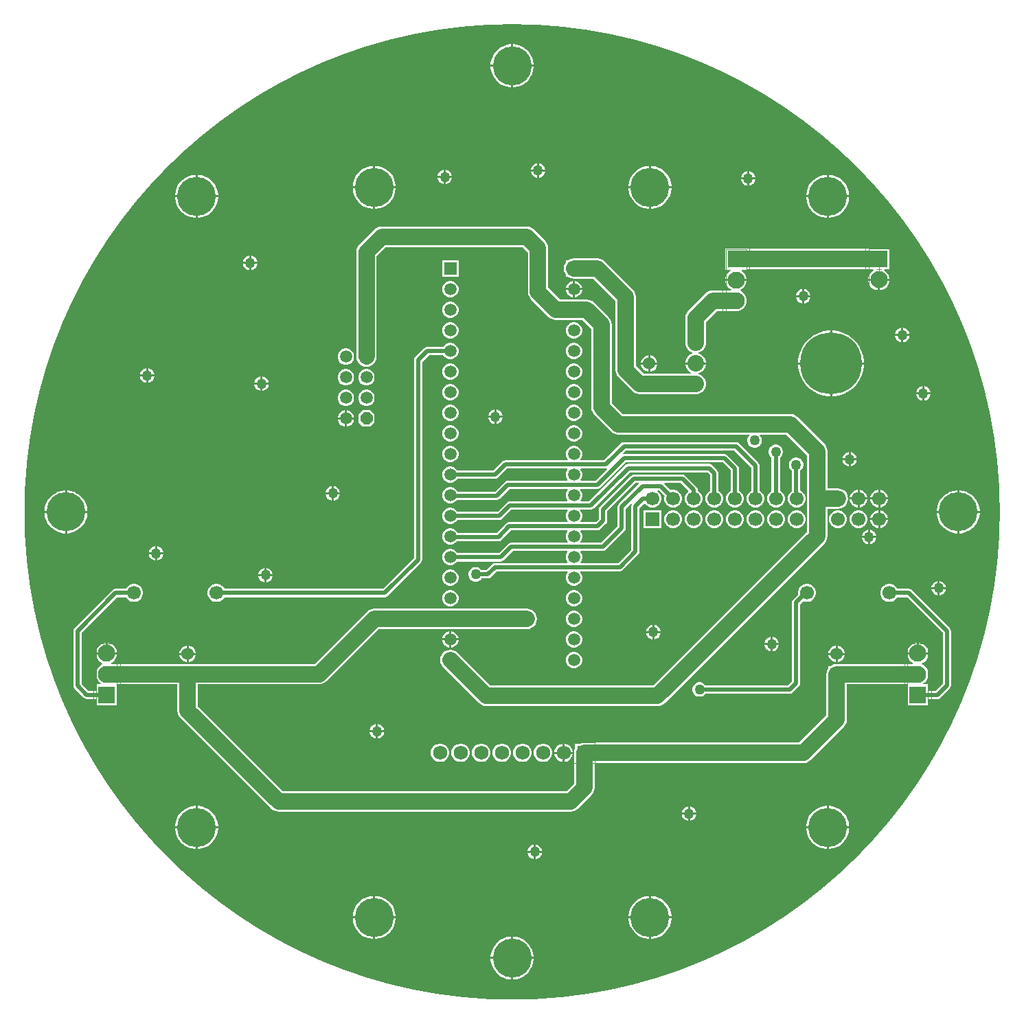
<source format=gtl>
G04*
G04 #@! TF.GenerationSoftware,Altium Limited,CircuitMaker,2.2.1 (6)*
G04*
G04 Layer_Physical_Order=1*
G04 Layer_Color=25308*
%FSLAX44Y44*%
%MOMM*%
G71*
G04*
G04 #@! TF.SameCoordinates,9E674738-4F13-4C75-B363-8A9F2A517ECE*
G04*
G04*
G04 #@! TF.FilePolarity,Positive*
G04*
G01*
G75*
%ADD10C,0.0500*%
%ADD13C,0.1000*%
%ADD14C,0.2540*%
%ADD15C,0.0000*%
%ADD31C,0.5000*%
%ADD32C,2.0000*%
%ADD33C,1.0000*%
%ADD34C,2.1000*%
%ADD35R,2.1000X2.1000*%
%ADD36C,1.7000*%
%ADD37R,1.7000X1.7000*%
%ADD38C,4.8000*%
%ADD39C,2.0320*%
%ADD40C,7.6200*%
%ADD41C,1.5240*%
%ADD42R,1.5240X1.5240*%
%ADD43C,1.5000*%
%ADD44R,1.5000X1.5000*%
%ADD45R,1.7500X1.7500*%
%ADD46C,1.7500*%
%ADD47P,1.6236X8X202.5*%
%ADD48C,1.2700*%
G36*
X635329Y1199075D02*
X658822Y1197226D01*
X682223Y1194456D01*
X705498Y1190770D01*
X728610Y1186172D01*
X751524Y1180671D01*
X774204Y1174275D01*
X796616Y1166993D01*
X818724Y1158837D01*
X840496Y1149819D01*
X861896Y1139953D01*
X882893Y1129255D01*
X903453Y1117740D01*
X923545Y1105428D01*
X943139Y1092336D01*
X962203Y1078485D01*
X980709Y1063896D01*
X998628Y1048592D01*
X1015933Y1032596D01*
X1032596Y1015933D01*
X1048592Y998628D01*
X1063896Y980709D01*
X1078485Y962203D01*
X1092336Y943139D01*
X1105428Y923545D01*
X1117740Y903453D01*
X1129255Y882893D01*
X1139953Y861896D01*
X1149819Y840496D01*
X1158837Y818724D01*
X1166993Y796616D01*
X1174275Y774204D01*
X1180671Y751524D01*
X1186172Y728610D01*
X1190770Y705498D01*
X1194456Y682223D01*
X1197226Y658822D01*
X1199075Y635329D01*
X1200000Y611782D01*
Y600000D01*
Y588218D01*
X1199075Y564671D01*
X1197226Y541178D01*
X1194456Y517777D01*
X1190770Y494502D01*
X1186172Y471390D01*
X1180671Y448476D01*
X1174275Y425796D01*
X1166993Y403384D01*
X1158837Y381275D01*
X1149819Y359504D01*
X1139953Y338104D01*
X1129255Y317107D01*
X1117740Y296547D01*
X1105428Y276455D01*
X1092336Y256861D01*
X1078485Y237797D01*
X1063896Y219291D01*
X1048592Y201372D01*
X1032596Y184067D01*
X1015933Y167404D01*
X998628Y151409D01*
X980709Y136104D01*
X962203Y121515D01*
X943139Y107664D01*
X923545Y94572D01*
X903453Y82260D01*
X882893Y70745D01*
X861896Y60047D01*
X840496Y50181D01*
X818724Y41163D01*
X796616Y33007D01*
X774204Y25725D01*
X751524Y19329D01*
X728610Y13828D01*
X705498Y9230D01*
X682223Y5544D01*
X658822Y2774D01*
X635329Y925D01*
X611782Y0D01*
X588218D01*
X564671Y925D01*
X541178Y2774D01*
X517777Y5544D01*
X494502Y9230D01*
X471390Y13828D01*
X448476Y19329D01*
X425796Y25725D01*
X403384Y33007D01*
X381275Y41163D01*
X359504Y50181D01*
X338104Y60047D01*
X317107Y70745D01*
X296547Y82260D01*
X276455Y94572D01*
X256861Y107664D01*
X237797Y121515D01*
X219291Y136104D01*
X201372Y151409D01*
X184067Y167404D01*
X167404Y184067D01*
X151409Y201372D01*
X136104Y219291D01*
X121515Y237797D01*
X107664Y256861D01*
X94572Y276455D01*
X82260Y296547D01*
X70745Y317107D01*
X60047Y338104D01*
X50181Y359504D01*
X41163Y381275D01*
X33007Y403384D01*
X25725Y425796D01*
X19329Y448476D01*
X13828Y471390D01*
X9230Y494502D01*
X5544Y517777D01*
X2774Y541178D01*
X925Y564671D01*
X0Y588218D01*
Y600000D01*
Y611782D01*
X925Y635329D01*
X2774Y658822D01*
X5544Y682223D01*
X9230Y705498D01*
X13828Y728610D01*
X19329Y751524D01*
X25725Y774204D01*
X33007Y796616D01*
X41163Y818724D01*
X50181Y840496D01*
X60047Y861896D01*
X70745Y882893D01*
X82260Y903453D01*
X94572Y923545D01*
X107664Y943139D01*
X121515Y962203D01*
X136104Y980709D01*
X151409Y998628D01*
X167404Y1015933D01*
X184067Y1032596D01*
X201372Y1048592D01*
X219291Y1063896D01*
X237797Y1078485D01*
X256861Y1092336D01*
X276455Y1105428D01*
X296547Y1117740D01*
X317107Y1129255D01*
X338104Y1139953D01*
X359504Y1149819D01*
X381275Y1158837D01*
X403384Y1166993D01*
X425796Y1174275D01*
X448476Y1180671D01*
X471390Y1186172D01*
X494502Y1190770D01*
X517777Y1194456D01*
X541178Y1197226D01*
X564671Y1199075D01*
X588218Y1200000D01*
X611782D01*
X635329Y1199075D01*
D02*
G37*
%LPC*%
G36*
X602089Y1176540D02*
X601270D01*
Y1151270D01*
X626540D01*
Y1152089D01*
X625886Y1156215D01*
X624596Y1160188D01*
X622699Y1163910D01*
X620244Y1167290D01*
X617290Y1170244D01*
X613910Y1172699D01*
X610188Y1174596D01*
X606215Y1175887D01*
X602089Y1176540D01*
D02*
G37*
G36*
X598730D02*
X597911D01*
X593785Y1175887D01*
X589812Y1174596D01*
X586090Y1172699D01*
X582710Y1170244D01*
X579756Y1167290D01*
X577301Y1163910D01*
X575404Y1160188D01*
X574114Y1156215D01*
X573460Y1152089D01*
Y1151270D01*
X598730D01*
Y1176540D01*
D02*
G37*
G36*
X626540Y1148730D02*
X601270D01*
Y1123460D01*
X602089D01*
X606215Y1124113D01*
X610188Y1125404D01*
X613910Y1127301D01*
X617290Y1129756D01*
X620244Y1132710D01*
X622699Y1136090D01*
X624596Y1139812D01*
X625886Y1143785D01*
X626540Y1147911D01*
Y1148730D01*
D02*
G37*
G36*
X598730D02*
X573460D01*
Y1147911D01*
X574114Y1143785D01*
X575404Y1139812D01*
X577301Y1136090D01*
X579756Y1132710D01*
X582710Y1129756D01*
X586090Y1127301D01*
X589812Y1125404D01*
X593785Y1124113D01*
X597911Y1123460D01*
X598730D01*
Y1148730D01*
D02*
G37*
G36*
X633270Y1029863D02*
Y1022270D01*
X640863D01*
X640284Y1024431D01*
X639114Y1026459D01*
X637459Y1028114D01*
X635431Y1029284D01*
X633270Y1029863D01*
D02*
G37*
G36*
X630730D02*
X628569Y1029284D01*
X626541Y1028114D01*
X624886Y1026459D01*
X623716Y1024431D01*
X623137Y1022270D01*
X630730D01*
Y1029863D01*
D02*
G37*
G36*
X518270Y1021863D02*
Y1014270D01*
X525863D01*
X525284Y1016431D01*
X524114Y1018459D01*
X522459Y1020114D01*
X520431Y1021284D01*
X518270Y1021863D01*
D02*
G37*
G36*
X515730D02*
X513569Y1021284D01*
X511541Y1020114D01*
X509886Y1018459D01*
X508716Y1016431D01*
X508137Y1014270D01*
X515730D01*
Y1021863D01*
D02*
G37*
G36*
X892270Y1019863D02*
Y1012270D01*
X899863D01*
X899284Y1014431D01*
X898114Y1016459D01*
X896459Y1018114D01*
X894431Y1019284D01*
X892270Y1019863D01*
D02*
G37*
G36*
X889730D02*
X887569Y1019284D01*
X885541Y1018114D01*
X883886Y1016459D01*
X882716Y1014431D01*
X882137Y1012270D01*
X889730D01*
Y1019863D01*
D02*
G37*
G36*
X640863Y1019730D02*
X633270D01*
Y1012137D01*
X635431Y1012716D01*
X637459Y1013886D01*
X639114Y1015541D01*
X640284Y1017569D01*
X640863Y1019730D01*
D02*
G37*
G36*
X630730D02*
X623137D01*
X623716Y1017569D01*
X624886Y1015541D01*
X626541Y1013886D01*
X628569Y1012716D01*
X630730Y1012137D01*
Y1019730D01*
D02*
G37*
G36*
X525863Y1011730D02*
X518270D01*
Y1004137D01*
X520431Y1004716D01*
X522459Y1005886D01*
X524114Y1007541D01*
X525284Y1009569D01*
X525863Y1011730D01*
D02*
G37*
G36*
X515730D02*
X508137D01*
X508716Y1009569D01*
X509886Y1007541D01*
X511541Y1005886D01*
X513569Y1004716D01*
X515730Y1004137D01*
Y1011730D01*
D02*
G37*
G36*
X899863Y1009730D02*
X892270D01*
Y1002137D01*
X894431Y1002716D01*
X896459Y1003886D01*
X898114Y1005541D01*
X899284Y1007569D01*
X899863Y1009730D01*
D02*
G37*
G36*
X889730D02*
X882137D01*
X882716Y1007569D01*
X883886Y1005541D01*
X885541Y1003886D01*
X887569Y1002716D01*
X889730Y1002137D01*
Y1009730D01*
D02*
G37*
G36*
X772089Y1026540D02*
X771270D01*
Y1001270D01*
X796540D01*
Y1002089D01*
X795887Y1006215D01*
X794596Y1010188D01*
X792699Y1013910D01*
X790244Y1017290D01*
X787290Y1020244D01*
X783910Y1022699D01*
X780188Y1024596D01*
X776215Y1025887D01*
X772089Y1026540D01*
D02*
G37*
G36*
X768730D02*
X767911D01*
X763785Y1025887D01*
X759812Y1024596D01*
X756090Y1022699D01*
X752710Y1020244D01*
X749756Y1017290D01*
X747301Y1013910D01*
X745404Y1010188D01*
X744113Y1006215D01*
X743460Y1002089D01*
Y1001270D01*
X768730D01*
Y1026540D01*
D02*
G37*
G36*
X432089D02*
X431270D01*
Y1001270D01*
X456540D01*
Y1002089D01*
X455886Y1006215D01*
X454596Y1010188D01*
X452699Y1013910D01*
X450244Y1017290D01*
X447290Y1020244D01*
X443910Y1022699D01*
X440188Y1024596D01*
X436215Y1025887D01*
X432089Y1026540D01*
D02*
G37*
G36*
X428730D02*
X427911D01*
X423785Y1025887D01*
X419812Y1024596D01*
X416090Y1022699D01*
X412710Y1020244D01*
X409756Y1017290D01*
X407301Y1013910D01*
X405404Y1010188D01*
X404114Y1006215D01*
X403460Y1002089D01*
Y1001270D01*
X428730D01*
Y1026540D01*
D02*
G37*
G36*
X991089Y1015540D02*
X990270D01*
Y990270D01*
X1015540D01*
Y991089D01*
X1014886Y995215D01*
X1013596Y999188D01*
X1011699Y1002910D01*
X1009244Y1006290D01*
X1006290Y1009244D01*
X1002910Y1011699D01*
X999188Y1013596D01*
X995215Y1014886D01*
X991089Y1015540D01*
D02*
G37*
G36*
X987730D02*
X986911D01*
X982785Y1014886D01*
X978812Y1013596D01*
X975090Y1011699D01*
X971710Y1009244D01*
X968756Y1006290D01*
X966301Y1002910D01*
X964404Y999188D01*
X963113Y995215D01*
X962460Y991089D01*
Y990270D01*
X987730D01*
Y1015540D01*
D02*
G37*
G36*
X213089D02*
X212270D01*
Y990270D01*
X237540D01*
Y991089D01*
X236887Y995215D01*
X235596Y999188D01*
X233699Y1002910D01*
X231244Y1006290D01*
X228290Y1009244D01*
X224910Y1011699D01*
X221188Y1013596D01*
X217215Y1014886D01*
X213089Y1015540D01*
D02*
G37*
G36*
X209730D02*
X208911D01*
X204785Y1014886D01*
X200812Y1013596D01*
X197090Y1011699D01*
X193710Y1009244D01*
X190756Y1006290D01*
X188301Y1002910D01*
X186404Y999188D01*
X185114Y995215D01*
X184460Y991089D01*
Y990270D01*
X209730D01*
Y1015540D01*
D02*
G37*
G36*
X796540Y998730D02*
X771270D01*
Y973460D01*
X772089D01*
X776215Y974113D01*
X780188Y975404D01*
X783910Y977301D01*
X787290Y979756D01*
X790244Y982710D01*
X792699Y986090D01*
X794596Y989812D01*
X795887Y993785D01*
X796540Y997911D01*
Y998730D01*
D02*
G37*
G36*
X768730D02*
X743460D01*
Y997911D01*
X744113Y993785D01*
X745404Y989812D01*
X747301Y986090D01*
X749756Y982710D01*
X752710Y979756D01*
X756090Y977301D01*
X759812Y975404D01*
X763785Y974113D01*
X767911Y973460D01*
X768730D01*
Y998730D01*
D02*
G37*
G36*
X456540D02*
X431270D01*
Y973460D01*
X432089D01*
X436215Y974113D01*
X440188Y975404D01*
X443910Y977301D01*
X447290Y979756D01*
X450244Y982710D01*
X452699Y986090D01*
X454596Y989812D01*
X455886Y993785D01*
X456540Y997911D01*
Y998730D01*
D02*
G37*
G36*
X428730D02*
X403460D01*
Y997911D01*
X404114Y993785D01*
X405404Y989812D01*
X407301Y986090D01*
X409756Y982710D01*
X412710Y979756D01*
X416090Y977301D01*
X419812Y975404D01*
X423785Y974113D01*
X427911Y973460D01*
X428730D01*
Y998730D01*
D02*
G37*
G36*
X1015540Y987730D02*
X990270D01*
Y962460D01*
X991089D01*
X995215Y963113D01*
X999188Y964404D01*
X1002910Y966301D01*
X1006290Y968756D01*
X1009244Y971710D01*
X1011699Y975090D01*
X1013596Y978812D01*
X1014886Y982785D01*
X1015540Y986911D01*
Y987730D01*
D02*
G37*
G36*
X987730D02*
X962460D01*
Y986911D01*
X963113Y982785D01*
X964404Y978812D01*
X966301Y975090D01*
X968756Y971710D01*
X971710Y968756D01*
X975090Y966301D01*
X978812Y964404D01*
X982785Y963113D01*
X986911Y962460D01*
X987730D01*
Y987730D01*
D02*
G37*
G36*
X237540D02*
X212270D01*
Y962460D01*
X213089D01*
X217215Y963113D01*
X221188Y964404D01*
X224910Y966301D01*
X228290Y968756D01*
X231244Y971710D01*
X233699Y975090D01*
X235596Y978812D01*
X236887Y982785D01*
X237540Y986911D01*
Y987730D01*
D02*
G37*
G36*
X209730D02*
X184460D01*
Y986911D01*
X185114Y982785D01*
X186404Y978812D01*
X188301Y975090D01*
X190756Y971710D01*
X193710Y968756D01*
X197090Y966301D01*
X200812Y964404D01*
X204785Y963113D01*
X208911Y962460D01*
X209730D01*
Y987730D01*
D02*
G37*
G36*
X618000Y951648D02*
X618000Y951648D01*
X439000D01*
X439000Y951648D01*
X435726Y951217D01*
X432676Y949954D01*
X430056Y947944D01*
X430056Y947943D01*
X411456Y929344D01*
X409446Y926724D01*
X408183Y923674D01*
X407752Y920400D01*
X407752Y920400D01*
Y791400D01*
X408183Y788126D01*
X409446Y785076D01*
X411456Y782456D01*
X414076Y780446D01*
X417126Y779183D01*
X420400Y778752D01*
X423674Y779183D01*
X426724Y780446D01*
X429344Y782456D01*
X431354Y785076D01*
X432617Y788126D01*
X433048Y791400D01*
Y915161D01*
X444239Y926352D01*
X612761D01*
X619352Y919761D01*
Y871200D01*
X619352Y871200D01*
X619783Y867926D01*
X621046Y864876D01*
X623056Y862256D01*
X645056Y840257D01*
X645056Y840256D01*
X647676Y838246D01*
X650726Y836983D01*
X654000Y836552D01*
X686561D01*
X697352Y825761D01*
Y729000D01*
X697352Y729000D01*
X697783Y725726D01*
X699046Y722676D01*
X701056Y720056D01*
X722056Y699056D01*
X722056Y699056D01*
X724676Y697046D01*
X727726Y695783D01*
X731000Y695352D01*
X891983D01*
X892509Y694082D01*
X891886Y693459D01*
X890716Y691431D01*
X890110Y689170D01*
Y686830D01*
X890716Y684569D01*
X891886Y682541D01*
X893541Y680886D01*
X895569Y679716D01*
X897830Y679110D01*
X900170D01*
X902431Y679716D01*
X904459Y680886D01*
X906114Y682541D01*
X907284Y684569D01*
X907890Y686830D01*
Y689170D01*
X907284Y691431D01*
X906114Y693459D01*
X905491Y694082D01*
X906017Y695352D01*
X937761D01*
X963552Y669561D01*
Y616400D01*
Y591000D01*
Y575439D01*
X773761Y385648D01*
X573439D01*
X532744Y426344D01*
X530124Y428354D01*
X527074Y429617D01*
X523800Y430048D01*
X520526Y429617D01*
X517476Y428354D01*
X514856Y426344D01*
X512846Y423724D01*
X511583Y420674D01*
X511152Y417400D01*
X511583Y414126D01*
X512846Y411076D01*
X514856Y408456D01*
X559256Y364056D01*
X559256Y364056D01*
X561876Y362046D01*
X564926Y360783D01*
X568200Y360352D01*
X568200Y360352D01*
X779000D01*
X779000Y360352D01*
X782274Y360783D01*
X785324Y362046D01*
X787944Y364056D01*
X985144Y561256D01*
X987154Y563876D01*
X988417Y566926D01*
X988848Y570200D01*
X988848Y570200D01*
Y591000D01*
Y603752D01*
X1001600D01*
X1004874Y604183D01*
X1007924Y605446D01*
X1010544Y607456D01*
X1012554Y610076D01*
X1013817Y613126D01*
X1014248Y616400D01*
X1013817Y619674D01*
X1012554Y622724D01*
X1010544Y625344D01*
X1007924Y627354D01*
X1004874Y628617D01*
X1001600Y629048D01*
X988848D01*
Y674800D01*
X988848Y674800D01*
X988417Y678074D01*
X987154Y681124D01*
X985144Y683744D01*
X985144Y683744D01*
X951944Y716944D01*
X949324Y718954D01*
X946274Y720217D01*
X943000Y720648D01*
X943000Y720648D01*
X736239D01*
X722648Y734239D01*
Y831000D01*
X722648Y831000D01*
X722217Y834274D01*
X720954Y837324D01*
X718944Y839944D01*
X700744Y858144D01*
X698124Y860154D01*
X695074Y861417D01*
X691800Y861848D01*
X691800Y861848D01*
X659239D01*
X644648Y876439D01*
Y925000D01*
X644648Y925000D01*
X644217Y928274D01*
X642954Y931324D01*
X640944Y933944D01*
X640944Y933944D01*
X626944Y947944D01*
X624324Y949954D01*
X621274Y951217D01*
X618000Y951648D01*
D02*
G37*
G36*
X1065040Y924840D02*
X1038960D01*
Y924448D01*
X889040D01*
Y924640D01*
X862960D01*
Y898560D01*
X869135D01*
X869475Y897290D01*
X867993Y896435D01*
X865565Y894007D01*
X863849Y891033D01*
X862960Y887717D01*
Y887270D01*
X876000D01*
X889040D01*
Y887717D01*
X888151Y891033D01*
X886435Y894007D01*
X884007Y896435D01*
X882525Y897290D01*
X882866Y898560D01*
X889040D01*
Y899152D01*
X1038960D01*
Y898760D01*
X1045135D01*
X1045475Y897490D01*
X1043993Y896635D01*
X1041565Y894207D01*
X1039849Y891233D01*
X1038960Y887917D01*
Y887470D01*
X1052000D01*
X1065040D01*
Y887917D01*
X1064151Y891233D01*
X1062435Y894207D01*
X1060007Y896635D01*
X1058525Y897490D01*
X1058866Y898760D01*
X1065040D01*
Y924840D01*
D02*
G37*
G36*
X278270Y915863D02*
Y908270D01*
X285863D01*
X285284Y910431D01*
X284114Y912459D01*
X282459Y914114D01*
X280431Y915284D01*
X278270Y915863D01*
D02*
G37*
G36*
X275730D02*
X273569Y915284D01*
X271541Y914114D01*
X269886Y912459D01*
X268716Y910431D01*
X268137Y908270D01*
X275730D01*
Y915863D01*
D02*
G37*
G36*
X285863Y905730D02*
X278270D01*
Y898137D01*
X280431Y898716D01*
X282459Y899886D01*
X284114Y901541D01*
X285284Y903569D01*
X285863Y905730D01*
D02*
G37*
G36*
X275730D02*
X268137D01*
X268716Y903569D01*
X269886Y901541D01*
X271541Y899886D01*
X273569Y898716D01*
X275730Y898137D01*
Y905730D01*
D02*
G37*
G36*
X533840Y910040D02*
X513760D01*
Y889960D01*
X533840D01*
Y910040D01*
D02*
G37*
G36*
X677522Y884640D02*
X677470D01*
Y875870D01*
X686240D01*
Y875922D01*
X685556Y878475D01*
X684234Y880765D01*
X682365Y882634D01*
X680075Y883956D01*
X677522Y884640D01*
D02*
G37*
G36*
X674930D02*
X674878D01*
X672325Y883956D01*
X670035Y882634D01*
X668166Y880765D01*
X666844Y878475D01*
X666160Y875922D01*
Y875870D01*
X674930D01*
Y884640D01*
D02*
G37*
G36*
X1065040Y884930D02*
X1053270D01*
Y873160D01*
X1053717D01*
X1057033Y874049D01*
X1060007Y875765D01*
X1062435Y878193D01*
X1064151Y881167D01*
X1065040Y884483D01*
Y884930D01*
D02*
G37*
G36*
X1050730D02*
X1038960D01*
Y884483D01*
X1039849Y881167D01*
X1041565Y878193D01*
X1043993Y875765D01*
X1046967Y874049D01*
X1050283Y873160D01*
X1050730D01*
Y884930D01*
D02*
G37*
G36*
X960270Y874863D02*
Y867270D01*
X967863D01*
X967284Y869431D01*
X966114Y871459D01*
X964459Y873114D01*
X962431Y874284D01*
X960270Y874863D01*
D02*
G37*
G36*
X957730D02*
X955569Y874284D01*
X953541Y873114D01*
X951886Y871459D01*
X950716Y869431D01*
X950137Y867270D01*
X957730D01*
Y874863D01*
D02*
G37*
G36*
X686240Y873330D02*
X677470D01*
Y864560D01*
X677522D01*
X680075Y865244D01*
X682365Y866566D01*
X684234Y868435D01*
X685556Y870725D01*
X686240Y873278D01*
Y873330D01*
D02*
G37*
G36*
X674930D02*
X666160D01*
Y873278D01*
X666844Y870725D01*
X668166Y868435D01*
X670035Y866566D01*
X672325Y865244D01*
X674878Y864560D01*
X674930D01*
Y873330D01*
D02*
G37*
G36*
X525122Y884640D02*
X522478D01*
X519925Y883956D01*
X517635Y882634D01*
X515766Y880765D01*
X514444Y878475D01*
X513760Y875922D01*
Y873278D01*
X514444Y870725D01*
X515766Y868435D01*
X517635Y866566D01*
X519925Y865244D01*
X522478Y864560D01*
X525122D01*
X527675Y865244D01*
X529965Y866566D01*
X531834Y868435D01*
X533156Y870725D01*
X533840Y873278D01*
Y875922D01*
X533156Y878475D01*
X531834Y880765D01*
X529965Y882634D01*
X527675Y883956D01*
X525122Y884640D01*
D02*
G37*
G36*
X967863Y864730D02*
X960270D01*
Y857137D01*
X962431Y857716D01*
X964459Y858886D01*
X966114Y860541D01*
X967284Y862569D01*
X967863Y864730D01*
D02*
G37*
G36*
X957730D02*
X950137D01*
X950716Y862569D01*
X951886Y860541D01*
X953541Y858886D01*
X955569Y857716D01*
X957730Y857137D01*
Y864730D01*
D02*
G37*
G36*
X889040Y884730D02*
X876000D01*
X862960D01*
Y884283D01*
X863849Y880967D01*
X865565Y877993D01*
X867993Y875565D01*
X870153Y874318D01*
X869813Y873048D01*
X847400D01*
X844126Y872617D01*
X841076Y871354D01*
X838456Y869344D01*
X838456Y869343D01*
X817056Y847944D01*
X815046Y845324D01*
X813783Y842274D01*
X813352Y839000D01*
X813352Y839000D01*
Y810265D01*
X813300Y810072D01*
Y806728D01*
X814165Y803498D01*
X815837Y800602D01*
X818202Y798238D01*
X821098Y796565D01*
X821875Y796357D01*
Y795043D01*
X821098Y794835D01*
X818202Y793163D01*
X815837Y790798D01*
X814165Y787902D01*
X813300Y784672D01*
Y784270D01*
X826000D01*
X838700D01*
Y784672D01*
X837834Y787902D01*
X836162Y790798D01*
X833798Y793163D01*
X830902Y794835D01*
X830125Y795043D01*
Y796357D01*
X830902Y796565D01*
X833798Y798238D01*
X836162Y800602D01*
X837834Y803498D01*
X838700Y806728D01*
Y810072D01*
X838648Y810265D01*
Y833761D01*
X852639Y847752D01*
X872821D01*
X874283Y847360D01*
X877717D01*
X881033Y848249D01*
X884007Y849965D01*
X886435Y852393D01*
X888151Y855367D01*
X889040Y858683D01*
Y862117D01*
X888151Y865433D01*
X886435Y868407D01*
X884007Y870835D01*
X881054Y872539D01*
X880982Y872828D01*
Y873572D01*
X881054Y873861D01*
X884007Y875565D01*
X886435Y877993D01*
X888151Y880967D01*
X889040Y884283D01*
Y884730D01*
D02*
G37*
G36*
X525122Y859240D02*
X522478D01*
X519925Y858556D01*
X517635Y857234D01*
X515766Y855365D01*
X514444Y853075D01*
X513760Y850522D01*
Y847878D01*
X514444Y845325D01*
X515766Y843035D01*
X517635Y841166D01*
X519925Y839844D01*
X522478Y839160D01*
X525122D01*
X527675Y839844D01*
X529965Y841166D01*
X531834Y843035D01*
X533156Y845325D01*
X533840Y847878D01*
Y850522D01*
X533156Y853075D01*
X531834Y855365D01*
X529965Y857234D01*
X527675Y858556D01*
X525122Y859240D01*
D02*
G37*
G36*
X1082270Y826863D02*
Y819270D01*
X1089863D01*
X1089284Y821431D01*
X1088114Y823459D01*
X1086459Y825114D01*
X1084431Y826284D01*
X1082270Y826863D01*
D02*
G37*
G36*
X1079730D02*
X1077569Y826284D01*
X1075541Y825114D01*
X1073886Y823459D01*
X1072716Y821431D01*
X1072137Y819270D01*
X1079730D01*
Y826863D01*
D02*
G37*
G36*
X677522Y833840D02*
X674878D01*
X672325Y833156D01*
X670035Y831834D01*
X668166Y829965D01*
X666844Y827675D01*
X666160Y825122D01*
Y822478D01*
X666844Y819925D01*
X668166Y817635D01*
X670035Y815766D01*
X672325Y814444D01*
X674878Y813760D01*
X677522D01*
X680075Y814444D01*
X682365Y815766D01*
X684234Y817635D01*
X685556Y819925D01*
X686240Y822478D01*
Y825122D01*
X685556Y827675D01*
X684234Y829965D01*
X682365Y831834D01*
X680075Y833156D01*
X677522Y833840D01*
D02*
G37*
G36*
X525122D02*
X522478D01*
X519925Y833156D01*
X517635Y831834D01*
X515766Y829965D01*
X514444Y827675D01*
X513760Y825122D01*
Y822478D01*
X514444Y819925D01*
X515766Y817635D01*
X517635Y815766D01*
X519925Y814444D01*
X522478Y813760D01*
X525122D01*
X527675Y814444D01*
X529965Y815766D01*
X531834Y817635D01*
X533156Y819925D01*
X533840Y822478D01*
Y825122D01*
X533156Y827675D01*
X531834Y829965D01*
X529965Y831834D01*
X527675Y833156D01*
X525122Y833840D01*
D02*
G37*
G36*
X1089863Y816730D02*
X1082270D01*
Y809137D01*
X1084431Y809716D01*
X1086459Y810886D01*
X1088114Y812541D01*
X1089284Y814569D01*
X1089863Y816730D01*
D02*
G37*
G36*
X1079730D02*
X1072137D01*
X1072716Y814569D01*
X1073886Y812541D01*
X1075541Y810886D01*
X1077569Y809716D01*
X1079730Y809137D01*
Y816730D01*
D02*
G37*
G36*
X677522Y808440D02*
X674878D01*
X672325Y807756D01*
X670035Y806434D01*
X668166Y804565D01*
X666844Y802275D01*
X666160Y799722D01*
Y797078D01*
X666844Y794525D01*
X668166Y792235D01*
X670035Y790366D01*
X672325Y789044D01*
X674878Y788360D01*
X677522D01*
X680075Y789044D01*
X682365Y790366D01*
X684234Y792235D01*
X685556Y794525D01*
X686240Y797078D01*
Y799722D01*
X685556Y802275D01*
X684234Y804565D01*
X682365Y806434D01*
X680075Y807756D01*
X677522Y808440D01*
D02*
G37*
G36*
X525122D02*
X522478D01*
X519925Y807756D01*
X517635Y806434D01*
X515766Y804565D01*
X515174Y803539D01*
X495400D01*
X493433Y803148D01*
X491766Y802034D01*
X480366Y790634D01*
X479252Y788967D01*
X478861Y787000D01*
Y543129D01*
X440872Y505139D01*
X245381D01*
X244434Y506779D01*
X242379Y508834D01*
X239861Y510288D01*
X237054Y511040D01*
X234147D01*
X231339Y510288D01*
X228821Y508834D01*
X226766Y506779D01*
X225312Y504261D01*
X224560Y501453D01*
Y498547D01*
X225312Y495739D01*
X226766Y493221D01*
X228821Y491166D01*
X231339Y489712D01*
X234147Y488960D01*
X237054D01*
X239861Y489712D01*
X242379Y491166D01*
X244434Y493221D01*
X245381Y494861D01*
X443000D01*
X444967Y495252D01*
X446634Y496366D01*
X487634Y537366D01*
X488748Y539034D01*
X489139Y541000D01*
Y784872D01*
X497528Y793261D01*
X515174D01*
X515766Y792235D01*
X517635Y790366D01*
X519925Y789044D01*
X522478Y788360D01*
X525122D01*
X527675Y789044D01*
X529965Y790366D01*
X531834Y792235D01*
X533156Y794525D01*
X533840Y797078D01*
Y799722D01*
X533156Y802275D01*
X531834Y804565D01*
X529965Y806434D01*
X527675Y807756D01*
X525122Y808440D01*
D02*
G37*
G36*
X770338Y793160D02*
X770270D01*
Y784270D01*
X779160D01*
Y784338D01*
X778468Y786922D01*
X777130Y789239D01*
X775238Y791130D01*
X772922Y792468D01*
X770338Y793160D01*
D02*
G37*
G36*
X767730D02*
X767662D01*
X765078Y792468D01*
X762762Y791130D01*
X760870Y789239D01*
X759532Y786922D01*
X758840Y784338D01*
Y784270D01*
X767730D01*
Y793160D01*
D02*
G37*
G36*
X996330Y823640D02*
X994402D01*
Y784270D01*
X1033772D01*
Y786199D01*
X1032771Y792517D01*
X1030795Y798600D01*
X1027890Y804300D01*
X1024130Y809475D01*
X1019607Y813998D01*
X1014432Y817758D01*
X1008732Y820663D01*
X1002649Y822639D01*
X996330Y823640D01*
D02*
G37*
G36*
X991862D02*
X989934D01*
X983615Y822639D01*
X977532Y820663D01*
X971832Y817758D01*
X966657Y813998D01*
X962133Y809475D01*
X958373Y804300D01*
X955469Y798600D01*
X953493Y792517D01*
X952492Y786199D01*
Y784270D01*
X991862D01*
Y823640D01*
D02*
G37*
G36*
X396322Y801440D02*
X393678D01*
X391125Y800756D01*
X388835Y799434D01*
X386966Y797565D01*
X385644Y795275D01*
X384960Y792722D01*
Y790078D01*
X385644Y787525D01*
X386966Y785235D01*
X388835Y783366D01*
X391125Y782044D01*
X393678Y781360D01*
X396322D01*
X398875Y782044D01*
X401165Y783366D01*
X403034Y785235D01*
X404356Y787525D01*
X405040Y790078D01*
Y792722D01*
X404356Y795275D01*
X403034Y797565D01*
X401165Y799434D01*
X398875Y800756D01*
X396322Y801440D01*
D02*
G37*
G36*
X779160Y781730D02*
X770270D01*
Y772840D01*
X770338D01*
X772922Y773532D01*
X775238Y774870D01*
X777130Y776762D01*
X778468Y779079D01*
X779160Y781663D01*
Y781730D01*
D02*
G37*
G36*
X767730D02*
X758840D01*
Y781663D01*
X759532Y779079D01*
X760870Y776762D01*
X762762Y774870D01*
X765078Y773532D01*
X767662Y772840D01*
X767730D01*
Y781730D01*
D02*
G37*
G36*
X151270Y776863D02*
Y769270D01*
X158863D01*
X158284Y771431D01*
X157114Y773459D01*
X155459Y775114D01*
X153431Y776284D01*
X151270Y776863D01*
D02*
G37*
G36*
X148730D02*
X146569Y776284D01*
X144541Y775114D01*
X142886Y773459D01*
X141716Y771431D01*
X141137Y769270D01*
X148730D01*
Y776863D01*
D02*
G37*
G36*
X677522Y783040D02*
X674878D01*
X672325Y782356D01*
X670035Y781034D01*
X668166Y779165D01*
X666844Y776875D01*
X666160Y774322D01*
Y771678D01*
X666844Y769125D01*
X668166Y766835D01*
X670035Y764966D01*
X672325Y763644D01*
X674878Y762960D01*
X677522D01*
X680075Y763644D01*
X682365Y764966D01*
X684234Y766835D01*
X685556Y769125D01*
X686240Y771678D01*
Y774322D01*
X685556Y776875D01*
X684234Y779165D01*
X682365Y781034D01*
X680075Y782356D01*
X677522Y783040D01*
D02*
G37*
G36*
X525122D02*
X522478D01*
X519925Y782356D01*
X517635Y781034D01*
X515766Y779165D01*
X514444Y776875D01*
X513760Y774322D01*
Y771678D01*
X514444Y769125D01*
X515766Y766835D01*
X517635Y764966D01*
X519925Y763644D01*
X522478Y762960D01*
X525122D01*
X527675Y763644D01*
X529965Y764966D01*
X531834Y766835D01*
X533156Y769125D01*
X533840Y771678D01*
Y774322D01*
X533156Y776875D01*
X531834Y779165D01*
X529965Y781034D01*
X527675Y782356D01*
X525122Y783040D01*
D02*
G37*
G36*
X292270Y766863D02*
Y759270D01*
X299863D01*
X299284Y761431D01*
X298114Y763459D01*
X296459Y765114D01*
X294431Y766284D01*
X292270Y766863D01*
D02*
G37*
G36*
X289730D02*
X287569Y766284D01*
X285541Y765114D01*
X283886Y763459D01*
X282716Y761431D01*
X282137Y759270D01*
X289730D01*
Y766863D01*
D02*
G37*
G36*
X158863Y766730D02*
X151270D01*
Y759137D01*
X153431Y759716D01*
X155459Y760886D01*
X157114Y762541D01*
X158284Y764569D01*
X158863Y766730D01*
D02*
G37*
G36*
X148730D02*
X141137D01*
X141716Y764569D01*
X142886Y762541D01*
X144541Y760886D01*
X146569Y759716D01*
X148730Y759137D01*
Y766730D01*
D02*
G37*
G36*
X421722Y776040D02*
X419078D01*
X416525Y775356D01*
X414235Y774034D01*
X412366Y772165D01*
X411044Y769875D01*
X410360Y767322D01*
Y764678D01*
X411044Y762125D01*
X412366Y759835D01*
X414235Y757966D01*
X416525Y756644D01*
X419078Y755960D01*
X421722D01*
X424275Y756644D01*
X426565Y757966D01*
X428434Y759835D01*
X429756Y762125D01*
X430440Y764678D01*
Y767322D01*
X429756Y769875D01*
X428434Y772165D01*
X426565Y774034D01*
X424275Y775356D01*
X421722Y776040D01*
D02*
G37*
G36*
X396322D02*
X393678D01*
X391125Y775356D01*
X388835Y774034D01*
X386966Y772165D01*
X385644Y769875D01*
X384960Y767322D01*
Y764678D01*
X385644Y762125D01*
X386966Y759835D01*
X388835Y757966D01*
X391125Y756644D01*
X393678Y755960D01*
X396322D01*
X398875Y756644D01*
X401165Y757966D01*
X403034Y759835D01*
X404356Y762125D01*
X405040Y764678D01*
Y767322D01*
X404356Y769875D01*
X403034Y772165D01*
X401165Y774034D01*
X398875Y775356D01*
X396322Y776040D01*
D02*
G37*
G36*
X299863Y756730D02*
X292270D01*
Y749137D01*
X294431Y749716D01*
X296459Y750886D01*
X298114Y752541D01*
X299284Y754569D01*
X299863Y756730D01*
D02*
G37*
G36*
X289730D02*
X282137D01*
X282716Y754569D01*
X283886Y752541D01*
X285541Y750886D01*
X287569Y749716D01*
X289730Y749137D01*
Y756730D01*
D02*
G37*
G36*
X1108270Y754863D02*
Y747270D01*
X1115863D01*
X1115284Y749431D01*
X1114114Y751459D01*
X1112459Y753114D01*
X1110431Y754284D01*
X1108270Y754863D01*
D02*
G37*
G36*
X1105730D02*
X1103569Y754284D01*
X1101541Y753114D01*
X1099886Y751459D01*
X1098716Y749431D01*
X1098137Y747270D01*
X1105730D01*
Y754863D01*
D02*
G37*
G36*
X705000Y912648D02*
X705000Y912648D01*
X676200D01*
X672926Y912217D01*
X669876Y910954D01*
X668685Y910040D01*
X666160D01*
Y907515D01*
X665246Y906324D01*
X663983Y903274D01*
X663552Y900000D01*
X663983Y896726D01*
X665246Y893676D01*
X666160Y892485D01*
Y889960D01*
X668685D01*
X669876Y889046D01*
X672926Y887783D01*
X676200Y887352D01*
X699761D01*
X727352Y859761D01*
Y775000D01*
X727352Y775000D01*
X727783Y771726D01*
X729046Y768676D01*
X731056Y766056D01*
X748056Y749056D01*
X748056Y749056D01*
X750676Y747046D01*
X753726Y745783D01*
X757000Y745352D01*
X766362D01*
X769400Y744952D01*
X824135D01*
X824328Y744900D01*
X827672D01*
X830902Y745766D01*
X833798Y747438D01*
X836162Y749802D01*
X837834Y752698D01*
X838700Y755928D01*
Y759272D01*
X837834Y762502D01*
X836162Y765398D01*
X833798Y767763D01*
X830902Y769435D01*
X830042Y769665D01*
Y770935D01*
X830902Y771165D01*
X833798Y772838D01*
X836162Y775202D01*
X837834Y778098D01*
X838700Y781328D01*
Y781730D01*
X826000D01*
X813300D01*
Y781328D01*
X814165Y778098D01*
X815837Y775202D01*
X818202Y772838D01*
X820487Y771518D01*
X820147Y770248D01*
X772038D01*
X769000Y770648D01*
X762239D01*
X752648Y780239D01*
Y865000D01*
X752648Y865000D01*
X752217Y868274D01*
X750954Y871324D01*
X748944Y873944D01*
X748943Y873944D01*
X713944Y908944D01*
X711324Y910954D01*
X708274Y912217D01*
X705000Y912648D01*
D02*
G37*
G36*
X1033772Y781730D02*
X994402D01*
Y742360D01*
X996330D01*
X1002649Y743361D01*
X1008732Y745337D01*
X1014432Y748242D01*
X1019607Y752001D01*
X1024130Y756525D01*
X1027890Y761700D01*
X1030795Y767400D01*
X1032771Y773483D01*
X1033772Y779802D01*
Y781730D01*
D02*
G37*
G36*
X991862D02*
X952492D01*
Y779802D01*
X953493Y773483D01*
X955469Y767400D01*
X958373Y761700D01*
X962133Y756525D01*
X966657Y752001D01*
X971832Y748242D01*
X977532Y745337D01*
X983615Y743361D01*
X989934Y742360D01*
X991862D01*
Y781730D01*
D02*
G37*
G36*
X677522Y757640D02*
X674878D01*
X672325Y756956D01*
X670035Y755634D01*
X668166Y753765D01*
X666844Y751475D01*
X666160Y748922D01*
Y746278D01*
X666844Y743725D01*
X668166Y741435D01*
X670035Y739566D01*
X672325Y738244D01*
X674878Y737560D01*
X677522D01*
X680075Y738244D01*
X682365Y739566D01*
X684234Y741435D01*
X685556Y743725D01*
X686240Y746278D01*
Y748922D01*
X685556Y751475D01*
X684234Y753765D01*
X682365Y755634D01*
X680075Y756956D01*
X677522Y757640D01*
D02*
G37*
G36*
X525122D02*
X522478D01*
X519925Y756956D01*
X517635Y755634D01*
X515766Y753765D01*
X514444Y751475D01*
X513760Y748922D01*
Y746278D01*
X514444Y743725D01*
X515766Y741435D01*
X517635Y739566D01*
X519925Y738244D01*
X522478Y737560D01*
X525122D01*
X527675Y738244D01*
X529965Y739566D01*
X531834Y741435D01*
X533156Y743725D01*
X533840Y746278D01*
Y748922D01*
X533156Y751475D01*
X531834Y753765D01*
X529965Y755634D01*
X527675Y756956D01*
X525122Y757640D01*
D02*
G37*
G36*
X1115863Y744730D02*
X1108270D01*
Y737137D01*
X1110431Y737716D01*
X1112459Y738886D01*
X1114114Y740541D01*
X1115284Y742569D01*
X1115863Y744730D01*
D02*
G37*
G36*
X1105730D02*
X1098137D01*
X1098716Y742569D01*
X1099886Y740541D01*
X1101541Y738886D01*
X1103569Y737716D01*
X1105730Y737137D01*
Y744730D01*
D02*
G37*
G36*
X421722Y750640D02*
X419078D01*
X416525Y749956D01*
X414235Y748634D01*
X412366Y746765D01*
X411044Y744475D01*
X410360Y741922D01*
Y739278D01*
X411044Y736725D01*
X412366Y734435D01*
X414235Y732566D01*
X416525Y731244D01*
X419078Y730560D01*
X421722D01*
X424275Y731244D01*
X426565Y732566D01*
X428434Y734435D01*
X429756Y736725D01*
X430440Y739278D01*
Y741922D01*
X429756Y744475D01*
X428434Y746765D01*
X426565Y748634D01*
X424275Y749956D01*
X421722Y750640D01*
D02*
G37*
G36*
X396322D02*
X393678D01*
X391125Y749956D01*
X388835Y748634D01*
X386966Y746765D01*
X385644Y744475D01*
X384960Y741922D01*
Y739278D01*
X385644Y736725D01*
X386966Y734435D01*
X388835Y732566D01*
X391125Y731244D01*
X393678Y730560D01*
X396322D01*
X398875Y731244D01*
X401165Y732566D01*
X403034Y734435D01*
X404356Y736725D01*
X405040Y739278D01*
Y741922D01*
X404356Y744475D01*
X403034Y746765D01*
X401165Y748634D01*
X398875Y749956D01*
X396322Y750640D01*
D02*
G37*
G36*
X580636Y726176D02*
Y718583D01*
X588229D01*
X587650Y720744D01*
X586479Y722771D01*
X584824Y724426D01*
X582797Y725597D01*
X580636Y726176D01*
D02*
G37*
G36*
X578096D02*
X575934Y725597D01*
X573907Y724426D01*
X572252Y722771D01*
X571082Y720744D01*
X570502Y718583D01*
X578096D01*
Y726176D01*
D02*
G37*
G36*
X396322Y725240D02*
X396270D01*
Y716470D01*
X405040D01*
Y716522D01*
X404356Y719075D01*
X403034Y721365D01*
X401165Y723234D01*
X398875Y724556D01*
X396322Y725240D01*
D02*
G37*
G36*
X393730D02*
X393678D01*
X391125Y724556D01*
X388835Y723234D01*
X386966Y721365D01*
X385644Y719075D01*
X384960Y716522D01*
Y716470D01*
X393730D01*
Y725240D01*
D02*
G37*
G36*
X677522Y732240D02*
X674878D01*
X672325Y731556D01*
X670035Y730234D01*
X668166Y728365D01*
X666844Y726075D01*
X666160Y723522D01*
Y720878D01*
X666844Y718325D01*
X668166Y716035D01*
X670035Y714166D01*
X672325Y712844D01*
X674878Y712160D01*
X677522D01*
X680075Y712844D01*
X682365Y714166D01*
X684234Y716035D01*
X685556Y718325D01*
X686240Y720878D01*
Y723522D01*
X685556Y726075D01*
X684234Y728365D01*
X682365Y730234D01*
X680075Y731556D01*
X677522Y732240D01*
D02*
G37*
G36*
X525122D02*
X522478D01*
X519925Y731556D01*
X517635Y730234D01*
X515766Y728365D01*
X514444Y726075D01*
X513760Y723522D01*
Y720878D01*
X514444Y718325D01*
X515766Y716035D01*
X517635Y714166D01*
X519925Y712844D01*
X522478Y712160D01*
X525122D01*
X527675Y712844D01*
X529965Y714166D01*
X531834Y716035D01*
X533156Y718325D01*
X533840Y720878D01*
Y723522D01*
X533156Y726075D01*
X531834Y728365D01*
X529965Y730234D01*
X527675Y731556D01*
X525122Y732240D01*
D02*
G37*
G36*
X588229Y716042D02*
X580636D01*
Y708449D01*
X582797Y709028D01*
X584824Y710199D01*
X586479Y711854D01*
X587650Y713881D01*
X588229Y716042D01*
D02*
G37*
G36*
X578096D02*
X570502D01*
X571082Y713881D01*
X572252Y711854D01*
X573907Y710199D01*
X575934Y709028D01*
X578096Y708449D01*
Y716042D01*
D02*
G37*
G36*
X425420Y725240D02*
X415380D01*
X410360Y720220D01*
Y710180D01*
X415380Y705160D01*
X425420D01*
X430440Y710180D01*
Y720220D01*
X425420Y725240D01*
D02*
G37*
G36*
X405040Y713930D02*
X396270D01*
Y705160D01*
X396322D01*
X398875Y705844D01*
X401165Y707166D01*
X403034Y709035D01*
X404356Y711325D01*
X405040Y713878D01*
Y713930D01*
D02*
G37*
G36*
X393730D02*
X384960D01*
Y713878D01*
X385644Y711325D01*
X386966Y709035D01*
X388835Y707166D01*
X391125Y705844D01*
X393678Y705160D01*
X393730D01*
Y713930D01*
D02*
G37*
G36*
X677522Y706840D02*
X674878D01*
X672325Y706156D01*
X670035Y704834D01*
X668166Y702965D01*
X666844Y700675D01*
X666160Y698122D01*
Y695478D01*
X666844Y692925D01*
X668166Y690635D01*
X670035Y688766D01*
X672325Y687444D01*
X674878Y686760D01*
X677522D01*
X680075Y687444D01*
X682365Y688766D01*
X684234Y690635D01*
X685556Y692925D01*
X686240Y695478D01*
Y698122D01*
X685556Y700675D01*
X684234Y702965D01*
X682365Y704834D01*
X680075Y706156D01*
X677522Y706840D01*
D02*
G37*
G36*
X525122D02*
X522478D01*
X519925Y706156D01*
X517635Y704834D01*
X515766Y702965D01*
X514444Y700675D01*
X513760Y698122D01*
Y695478D01*
X514444Y692925D01*
X515766Y690635D01*
X517635Y688766D01*
X519925Y687444D01*
X522478Y686760D01*
X525122D01*
X527675Y687444D01*
X529965Y688766D01*
X531834Y690635D01*
X533156Y692925D01*
X533840Y695478D01*
Y698122D01*
X533156Y700675D01*
X531834Y702965D01*
X529965Y704834D01*
X527675Y706156D01*
X525122Y706840D01*
D02*
G37*
G36*
X1017270Y673863D02*
Y666270D01*
X1024863D01*
X1024284Y668431D01*
X1023114Y670459D01*
X1021459Y672114D01*
X1019431Y673284D01*
X1017270Y673863D01*
D02*
G37*
G36*
X1014730D02*
X1012569Y673284D01*
X1010541Y672114D01*
X1008886Y670459D01*
X1007716Y668431D01*
X1007137Y666270D01*
X1014730D01*
Y673863D01*
D02*
G37*
G36*
X876000Y686139D02*
X738000D01*
X736033Y685748D01*
X734366Y684634D01*
X713411Y663679D01*
X684337D01*
X683851Y664852D01*
X684234Y665235D01*
X685556Y667525D01*
X686240Y670078D01*
Y672722D01*
X685556Y675275D01*
X684234Y677565D01*
X682365Y679434D01*
X680075Y680756D01*
X677522Y681440D01*
X674878D01*
X672325Y680756D01*
X670035Y679434D01*
X668166Y677565D01*
X666844Y675275D01*
X666160Y672722D01*
Y670078D01*
X666844Y667525D01*
X668166Y665235D01*
X668549Y664852D01*
X668063Y663679D01*
X591540D01*
X589574Y663288D01*
X587906Y662174D01*
X576871Y651139D01*
X532426D01*
X531834Y652165D01*
X529965Y654034D01*
X527675Y655356D01*
X525122Y656040D01*
X522478D01*
X519925Y655356D01*
X517635Y654034D01*
X515766Y652165D01*
X514444Y649875D01*
X513760Y647322D01*
Y644678D01*
X514444Y642125D01*
X515766Y639835D01*
X517635Y637966D01*
X519925Y636644D01*
X522478Y635960D01*
X525122D01*
X527675Y636644D01*
X529965Y637966D01*
X531834Y639835D01*
X532426Y640861D01*
X579000D01*
X580966Y641252D01*
X582634Y642366D01*
X593669Y653401D01*
X667743D01*
X668229Y652228D01*
X668166Y652165D01*
X666844Y649875D01*
X666160Y647322D01*
Y644678D01*
X666844Y642125D01*
X668166Y639835D01*
X668229Y639772D01*
X667743Y638599D01*
X594460D01*
X592494Y638208D01*
X590826Y637094D01*
X578871Y625139D01*
X532773D01*
X531834Y626765D01*
X529965Y628634D01*
X527675Y629956D01*
X525122Y630640D01*
X522478D01*
X519925Y629956D01*
X517635Y628634D01*
X515766Y626765D01*
X514444Y624475D01*
X513760Y621922D01*
Y619278D01*
X514444Y616725D01*
X515766Y614435D01*
X517635Y612566D01*
X519925Y611244D01*
X522478Y610560D01*
X525122D01*
X527675Y611244D01*
X529965Y612566D01*
X531834Y614435D01*
X532080Y614861D01*
X581000D01*
X582966Y615252D01*
X584634Y616366D01*
X596589Y628321D01*
X668063D01*
X668549Y627148D01*
X668166Y626765D01*
X666844Y624475D01*
X666160Y621922D01*
Y619278D01*
X666844Y616725D01*
X668166Y614435D01*
X668289Y614312D01*
X667803Y613139D01*
X597000D01*
X595033Y612748D01*
X593366Y611634D01*
X582071Y600339D01*
X532426D01*
X531834Y601365D01*
X529965Y603234D01*
X527675Y604556D01*
X525122Y605240D01*
X522478D01*
X519925Y604556D01*
X517635Y603234D01*
X515766Y601365D01*
X514444Y599075D01*
X513760Y596522D01*
Y593878D01*
X514444Y591325D01*
X515766Y589035D01*
X517635Y587166D01*
X519925Y585844D01*
X522478Y585160D01*
X525122D01*
X527675Y585844D01*
X529965Y587166D01*
X531834Y589035D01*
X532426Y590061D01*
X584200D01*
X586166Y590452D01*
X587834Y591566D01*
X599128Y602861D01*
X668003D01*
X668489Y601688D01*
X668166Y601365D01*
X666844Y599075D01*
X666160Y596522D01*
Y593878D01*
X666844Y591325D01*
X668166Y589035D01*
X668549Y588652D01*
X668063Y587479D01*
X596340D01*
X594374Y587088D01*
X592706Y585974D01*
X580872Y574139D01*
X532888D01*
X531834Y575965D01*
X529965Y577834D01*
X527675Y579156D01*
X525122Y579840D01*
X522478D01*
X519925Y579156D01*
X517635Y577834D01*
X515766Y575965D01*
X514444Y573675D01*
X513760Y571122D01*
Y568478D01*
X514444Y565925D01*
X515766Y563635D01*
X517635Y561766D01*
X519925Y560444D01*
X522478Y559760D01*
X525122D01*
X527675Y560444D01*
X529965Y561766D01*
X531834Y563635D01*
X531964Y563861D01*
X583000D01*
X584967Y564252D01*
X586634Y565366D01*
X598469Y577201D01*
X667743D01*
X668229Y576028D01*
X668166Y575965D01*
X666844Y573675D01*
X666160Y571122D01*
Y568478D01*
X666844Y565925D01*
X668166Y563635D01*
X668489Y563312D01*
X668003Y562139D01*
X599000D01*
X597034Y561748D01*
X595366Y560634D01*
X583871Y549139D01*
X532657D01*
X531834Y550565D01*
X529965Y552434D01*
X527675Y553756D01*
X525122Y554440D01*
X522478D01*
X519925Y553756D01*
X517635Y552434D01*
X515766Y550565D01*
X514444Y548275D01*
X513760Y545722D01*
Y543078D01*
X514444Y540525D01*
X515766Y538235D01*
X517635Y536366D01*
X519925Y535044D01*
X522478Y534360D01*
X525122D01*
X527675Y535044D01*
X529965Y536366D01*
X531834Y538235D01*
X532195Y538861D01*
X586000D01*
X587966Y539252D01*
X589634Y540366D01*
X601129Y551861D01*
X667803D01*
X668289Y550688D01*
X668166Y550565D01*
X666844Y548275D01*
X666160Y545722D01*
Y543078D01*
X666844Y540525D01*
X668066Y538409D01*
X667668Y537139D01*
X579000D01*
X577034Y536748D01*
X575366Y535634D01*
X567872Y528139D01*
X562299D01*
X562114Y528459D01*
X560459Y530114D01*
X558431Y531284D01*
X556170Y531890D01*
X553830D01*
X551569Y531284D01*
X549541Y530114D01*
X547886Y528459D01*
X546716Y526431D01*
X546110Y524170D01*
Y521830D01*
X546716Y519569D01*
X547886Y517541D01*
X549541Y515886D01*
X551569Y514716D01*
X553830Y514110D01*
X556170D01*
X558431Y514716D01*
X560459Y515886D01*
X562114Y517541D01*
X562299Y517861D01*
X570000D01*
X571967Y518252D01*
X573634Y519366D01*
X581129Y526861D01*
X668203D01*
X668689Y525688D01*
X668166Y525165D01*
X666844Y522875D01*
X666160Y520322D01*
Y517678D01*
X666844Y515125D01*
X668166Y512835D01*
X670035Y510966D01*
X672325Y509644D01*
X674878Y508960D01*
X677522D01*
X680075Y509644D01*
X682365Y510966D01*
X684234Y512835D01*
X685556Y515125D01*
X686240Y517678D01*
Y520322D01*
X685556Y522875D01*
X684234Y525165D01*
X683851Y525548D01*
X684337Y526721D01*
X732860D01*
X734827Y527112D01*
X736494Y528226D01*
X755634Y547366D01*
X756748Y549034D01*
X757139Y551000D01*
Y604871D01*
X762595Y610327D01*
X763854Y610162D01*
X764166Y609621D01*
X766221Y607566D01*
X768739Y606112D01*
X771547Y605360D01*
X774453D01*
X777261Y606112D01*
X779779Y607566D01*
X781834Y609621D01*
X783288Y612139D01*
X784040Y614947D01*
Y617854D01*
X783288Y620661D01*
X781834Y623179D01*
X779779Y625234D01*
X779194Y625572D01*
X779541Y626725D01*
X780686Y626847D01*
X787850Y619683D01*
X787360Y617854D01*
Y614947D01*
X788112Y612139D01*
X789566Y609621D01*
X791621Y607566D01*
X794139Y606112D01*
X796947Y605360D01*
X799853D01*
X802661Y606112D01*
X805179Y607566D01*
X807234Y609621D01*
X808688Y612139D01*
X809440Y614947D01*
Y617854D01*
X808688Y620661D01*
X807234Y623179D01*
X805179Y625234D01*
X802661Y626688D01*
X799853Y627440D01*
X796947D01*
X795117Y626950D01*
X787476Y634591D01*
X788002Y635861D01*
X807871D01*
X817220Y626512D01*
X817054Y625253D01*
X817021Y625234D01*
X814966Y623179D01*
X813512Y620661D01*
X812760Y617854D01*
Y614947D01*
X813512Y612139D01*
X814966Y609621D01*
X817021Y607566D01*
X819539Y606112D01*
X822347Y605360D01*
X825253D01*
X828061Y606112D01*
X830579Y607566D01*
X832634Y609621D01*
X834088Y612139D01*
X834840Y614947D01*
Y617854D01*
X834088Y620661D01*
X832634Y623179D01*
X830579Y625234D01*
X828939Y626181D01*
Y627200D01*
X828548Y629166D01*
X827434Y630834D01*
X813634Y644634D01*
X811966Y645748D01*
X810000Y646139D01*
X750000D01*
X748034Y645748D01*
X746366Y644634D01*
X708366Y606634D01*
X707252Y604967D01*
X706861Y603000D01*
Y591129D01*
X703212Y587479D01*
X684337D01*
X683851Y588652D01*
X684234Y589035D01*
X685556Y591325D01*
X686240Y593878D01*
Y596522D01*
X685556Y599075D01*
X684234Y601365D01*
X683911Y601688D01*
X684397Y602861D01*
X697000D01*
X698967Y603252D01*
X700634Y604366D01*
X745128Y648861D01*
X840872D01*
X844061Y645671D01*
Y626181D01*
X842421Y625234D01*
X840366Y623179D01*
X838912Y620661D01*
X838160Y617854D01*
Y614947D01*
X838912Y612139D01*
X840366Y609621D01*
X842421Y607566D01*
X844939Y606112D01*
X847747Y605360D01*
X850653D01*
X853461Y606112D01*
X855979Y607566D01*
X858034Y609621D01*
X859488Y612139D01*
X860240Y614947D01*
Y617854D01*
X859488Y620661D01*
X858034Y623179D01*
X855979Y625234D01*
X854339Y626181D01*
Y647800D01*
X853948Y649766D01*
X852834Y651434D01*
X846634Y657634D01*
X844967Y658748D01*
X843000Y659139D01*
X743000D01*
X741033Y658748D01*
X739366Y657634D01*
X694872Y613139D01*
X684597D01*
X684111Y614312D01*
X684234Y614435D01*
X685556Y616725D01*
X686240Y619278D01*
Y621922D01*
X685556Y624475D01*
X684234Y626765D01*
X683851Y627148D01*
X684337Y628321D01*
X705460D01*
X707427Y628712D01*
X709094Y629826D01*
X740128Y660861D01*
X859872D01*
X869461Y651272D01*
Y626181D01*
X867821Y625234D01*
X865766Y623179D01*
X864312Y620661D01*
X863560Y617854D01*
Y614947D01*
X864312Y612139D01*
X865766Y609621D01*
X867821Y607566D01*
X870339Y606112D01*
X873147Y605360D01*
X876053D01*
X878861Y606112D01*
X881379Y607566D01*
X883434Y609621D01*
X884888Y612139D01*
X885640Y614947D01*
Y617854D01*
X884888Y620661D01*
X883434Y623179D01*
X881379Y625234D01*
X879739Y626181D01*
Y653400D01*
X879348Y655367D01*
X878234Y657034D01*
X865634Y669634D01*
X863967Y670748D01*
X862000Y671139D01*
X738000D01*
X737004Y670941D01*
X736378Y672111D01*
X740128Y675861D01*
X873872D01*
X894861Y654872D01*
Y626181D01*
X893221Y625234D01*
X891166Y623179D01*
X889712Y620661D01*
X888960Y617854D01*
Y614947D01*
X889712Y612139D01*
X891166Y609621D01*
X893221Y607566D01*
X895739Y606112D01*
X898547Y605360D01*
X901453D01*
X904261Y606112D01*
X906779Y607566D01*
X908834Y609621D01*
X910288Y612139D01*
X911040Y614947D01*
Y617854D01*
X910288Y620661D01*
X908834Y623179D01*
X906779Y625234D01*
X905139Y626181D01*
Y657000D01*
X904748Y658967D01*
X903634Y660634D01*
X879634Y684634D01*
X877967Y685748D01*
X876000Y686139D01*
D02*
G37*
G36*
X525122Y681440D02*
X522478D01*
X519925Y680756D01*
X517635Y679434D01*
X515766Y677565D01*
X514444Y675275D01*
X513760Y672722D01*
Y670078D01*
X514444Y667525D01*
X515766Y665235D01*
X517635Y663366D01*
X519925Y662044D01*
X522478Y661360D01*
X525122D01*
X527675Y662044D01*
X529965Y663366D01*
X531834Y665235D01*
X533156Y667525D01*
X533840Y670078D01*
Y672722D01*
X533156Y675275D01*
X531834Y677565D01*
X529965Y679434D01*
X527675Y680756D01*
X525122Y681440D01*
D02*
G37*
G36*
X1024863Y663730D02*
X1017270D01*
Y656137D01*
X1019431Y656716D01*
X1021459Y657886D01*
X1023114Y659541D01*
X1024284Y661569D01*
X1024863Y663730D01*
D02*
G37*
G36*
X1014730D02*
X1007137D01*
X1007716Y661569D01*
X1008886Y659541D01*
X1010541Y657886D01*
X1012569Y656716D01*
X1014730Y656137D01*
Y663730D01*
D02*
G37*
G36*
X380270Y631863D02*
Y624270D01*
X387863D01*
X387284Y626431D01*
X386114Y628459D01*
X384459Y630114D01*
X382431Y631284D01*
X380270Y631863D01*
D02*
G37*
G36*
X377730D02*
X375569Y631284D01*
X373541Y630114D01*
X371886Y628459D01*
X370716Y626431D01*
X370137Y624270D01*
X377730D01*
Y631863D01*
D02*
G37*
G36*
X1053853Y627440D02*
X1053670D01*
Y617670D01*
X1063440D01*
Y617854D01*
X1062688Y620661D01*
X1061234Y623179D01*
X1059179Y625234D01*
X1056661Y626688D01*
X1053853Y627440D01*
D02*
G37*
G36*
X1051130D02*
X1050947D01*
X1048139Y626688D01*
X1045621Y625234D01*
X1043566Y623179D01*
X1042112Y620661D01*
X1041360Y617854D01*
Y617670D01*
X1051130D01*
Y627440D01*
D02*
G37*
G36*
X1028453D02*
X1028270D01*
Y617670D01*
X1038040D01*
Y617854D01*
X1037288Y620661D01*
X1035834Y623179D01*
X1033779Y625234D01*
X1031261Y626688D01*
X1028453Y627440D01*
D02*
G37*
G36*
X1025730D02*
X1025547D01*
X1022739Y626688D01*
X1020221Y625234D01*
X1018166Y623179D01*
X1016712Y620661D01*
X1015960Y617854D01*
Y617670D01*
X1025730D01*
Y627440D01*
D02*
G37*
G36*
X387863Y621730D02*
X380270D01*
Y614137D01*
X382431Y614716D01*
X384459Y615886D01*
X386114Y617541D01*
X387284Y619569D01*
X387863Y621730D01*
D02*
G37*
G36*
X377730D02*
X370137D01*
X370716Y619569D01*
X371886Y617541D01*
X373541Y615886D01*
X375569Y614716D01*
X377730Y614137D01*
Y621730D01*
D02*
G37*
G36*
X1063440Y615130D02*
X1053670D01*
Y605360D01*
X1053853D01*
X1056661Y606112D01*
X1059179Y607566D01*
X1061234Y609621D01*
X1062688Y612139D01*
X1063440Y614947D01*
Y615130D01*
D02*
G37*
G36*
X1051130D02*
X1041360D01*
Y614947D01*
X1042112Y612139D01*
X1043566Y609621D01*
X1045621Y607566D01*
X1048139Y606112D01*
X1050947Y605360D01*
X1051130D01*
Y615130D01*
D02*
G37*
G36*
X1038040D02*
X1028270D01*
Y605360D01*
X1028453D01*
X1031261Y606112D01*
X1033779Y607566D01*
X1035834Y609621D01*
X1037288Y612139D01*
X1038040Y614947D01*
Y615130D01*
D02*
G37*
G36*
X1025730D02*
X1015960D01*
Y614947D01*
X1016712Y612139D01*
X1018166Y609621D01*
X1020221Y607566D01*
X1022739Y606112D01*
X1025547Y605360D01*
X1025730D01*
Y615130D01*
D02*
G37*
G36*
X951170Y666890D02*
X948830D01*
X946569Y666284D01*
X944541Y665114D01*
X942886Y663459D01*
X941716Y661431D01*
X941110Y659170D01*
Y656830D01*
X941716Y654569D01*
X942886Y652541D01*
X944541Y650886D01*
X944861Y650702D01*
Y625719D01*
X944021Y625234D01*
X941966Y623179D01*
X940512Y620661D01*
X939760Y617854D01*
Y614947D01*
X940512Y612139D01*
X941966Y609621D01*
X944021Y607566D01*
X946539Y606112D01*
X949347Y605360D01*
X952253D01*
X955061Y606112D01*
X957579Y607566D01*
X959634Y609621D01*
X961088Y612139D01*
X961840Y614947D01*
Y617854D01*
X961088Y620661D01*
X959634Y623179D01*
X957579Y625234D01*
X955139Y626643D01*
Y650702D01*
X955459Y650886D01*
X957114Y652541D01*
X958284Y654569D01*
X958890Y656830D01*
Y659170D01*
X958284Y661431D01*
X957114Y663459D01*
X955459Y665114D01*
X953431Y666284D01*
X951170Y666890D01*
D02*
G37*
G36*
X926170Y682890D02*
X923830D01*
X921569Y682284D01*
X919541Y681114D01*
X917886Y679459D01*
X916716Y677431D01*
X916110Y675170D01*
Y672830D01*
X916716Y670569D01*
X917886Y668541D01*
X919541Y666886D01*
X919861Y666702D01*
Y625950D01*
X918621Y625234D01*
X916566Y623179D01*
X915112Y620661D01*
X914360Y617854D01*
Y614947D01*
X915112Y612139D01*
X916566Y609621D01*
X918621Y607566D01*
X921139Y606112D01*
X923947Y605360D01*
X926853D01*
X929661Y606112D01*
X932179Y607566D01*
X934234Y609621D01*
X935688Y612139D01*
X936440Y614947D01*
Y617854D01*
X935688Y620661D01*
X934234Y623179D01*
X932179Y625234D01*
X930139Y626412D01*
Y666702D01*
X930459Y666886D01*
X932114Y668541D01*
X933284Y670569D01*
X933890Y672830D01*
Y675170D01*
X933284Y677431D01*
X932114Y679459D01*
X930459Y681114D01*
X928431Y682284D01*
X926170Y682890D01*
D02*
G37*
G36*
X1152089Y626540D02*
X1151270D01*
Y601270D01*
X1176540D01*
Y602089D01*
X1175887Y606215D01*
X1174596Y610188D01*
X1172699Y613910D01*
X1170244Y617290D01*
X1167290Y620244D01*
X1163910Y622699D01*
X1160188Y624596D01*
X1156215Y625886D01*
X1152089Y626540D01*
D02*
G37*
G36*
X1148730D02*
X1147911D01*
X1143785Y625886D01*
X1139812Y624596D01*
X1136090Y622699D01*
X1132710Y620244D01*
X1129756Y617290D01*
X1127301Y613910D01*
X1125404Y610188D01*
X1124113Y606215D01*
X1123460Y602089D01*
Y601270D01*
X1148730D01*
Y626540D01*
D02*
G37*
G36*
X52089D02*
X51270D01*
Y601270D01*
X76540D01*
Y602089D01*
X75887Y606215D01*
X74596Y610188D01*
X72699Y613910D01*
X70244Y617290D01*
X67290Y620244D01*
X63910Y622699D01*
X60188Y624596D01*
X56215Y625886D01*
X52089Y626540D01*
D02*
G37*
G36*
X48730D02*
X47911D01*
X43785Y625886D01*
X39812Y624596D01*
X36090Y622699D01*
X32710Y620244D01*
X29756Y617290D01*
X27301Y613910D01*
X25404Y610188D01*
X24114Y606215D01*
X23460Y602089D01*
Y601270D01*
X48730D01*
Y626540D01*
D02*
G37*
G36*
X1053853Y602040D02*
X1053670D01*
Y592270D01*
X1063440D01*
Y592453D01*
X1062688Y595261D01*
X1061234Y597779D01*
X1059179Y599834D01*
X1056661Y601288D01*
X1053853Y602040D01*
D02*
G37*
G36*
X1051130D02*
X1050947D01*
X1048139Y601288D01*
X1045621Y599834D01*
X1043566Y597779D01*
X1042112Y595261D01*
X1041360Y592453D01*
Y592270D01*
X1051130D01*
Y602040D01*
D02*
G37*
G36*
X1063440Y589730D02*
X1053670D01*
Y579960D01*
X1053853D01*
X1056661Y580712D01*
X1059179Y582166D01*
X1061234Y584221D01*
X1062688Y586739D01*
X1063440Y589547D01*
Y589730D01*
D02*
G37*
G36*
X1051130D02*
X1041360D01*
Y589547D01*
X1042112Y586739D01*
X1043566Y584221D01*
X1045621Y582166D01*
X1048139Y580712D01*
X1050947Y579960D01*
X1051130D01*
Y589730D01*
D02*
G37*
G36*
X1028453Y602040D02*
X1025547D01*
X1022739Y601288D01*
X1020221Y599834D01*
X1018166Y597779D01*
X1016712Y595261D01*
X1015960Y592453D01*
Y589547D01*
X1016712Y586739D01*
X1018166Y584221D01*
X1020221Y582166D01*
X1022739Y580712D01*
X1025547Y579960D01*
X1028453D01*
X1031261Y580712D01*
X1033779Y582166D01*
X1035834Y584221D01*
X1037288Y586739D01*
X1038040Y589547D01*
Y592453D01*
X1037288Y595261D01*
X1035834Y597779D01*
X1033779Y599834D01*
X1031261Y601288D01*
X1028453Y602040D01*
D02*
G37*
G36*
X1003053D02*
X1000147D01*
X997339Y601288D01*
X994821Y599834D01*
X992766Y597779D01*
X991312Y595261D01*
X990560Y592453D01*
Y589547D01*
X991312Y586739D01*
X992766Y584221D01*
X994821Y582166D01*
X997339Y580712D01*
X1000147Y579960D01*
X1003053D01*
X1005861Y580712D01*
X1008379Y582166D01*
X1010434Y584221D01*
X1011888Y586739D01*
X1012640Y589547D01*
Y592453D01*
X1011888Y595261D01*
X1010434Y597779D01*
X1008379Y599834D01*
X1005861Y601288D01*
X1003053Y602040D01*
D02*
G37*
G36*
X952253D02*
X949347D01*
X946539Y601288D01*
X944021Y599834D01*
X941966Y597779D01*
X940512Y595261D01*
X939760Y592453D01*
Y589547D01*
X940512Y586739D01*
X941966Y584221D01*
X944021Y582166D01*
X946539Y580712D01*
X949347Y579960D01*
X952253D01*
X955061Y580712D01*
X957579Y582166D01*
X959634Y584221D01*
X961088Y586739D01*
X961840Y589547D01*
Y592453D01*
X961088Y595261D01*
X959634Y597779D01*
X957579Y599834D01*
X955061Y601288D01*
X952253Y602040D01*
D02*
G37*
G36*
X926853D02*
X923947D01*
X921139Y601288D01*
X918621Y599834D01*
X916566Y597779D01*
X915112Y595261D01*
X914360Y592453D01*
Y589547D01*
X915112Y586739D01*
X916566Y584221D01*
X918621Y582166D01*
X921139Y580712D01*
X923947Y579960D01*
X926853D01*
X929661Y580712D01*
X932179Y582166D01*
X934234Y584221D01*
X935688Y586739D01*
X936440Y589547D01*
Y592453D01*
X935688Y595261D01*
X934234Y597779D01*
X932179Y599834D01*
X929661Y601288D01*
X926853Y602040D01*
D02*
G37*
G36*
X901453D02*
X898547D01*
X895739Y601288D01*
X893221Y599834D01*
X891166Y597779D01*
X889712Y595261D01*
X888960Y592453D01*
Y589547D01*
X889712Y586739D01*
X891166Y584221D01*
X893221Y582166D01*
X895739Y580712D01*
X898547Y579960D01*
X901453D01*
X904261Y580712D01*
X906779Y582166D01*
X908834Y584221D01*
X910288Y586739D01*
X911040Y589547D01*
Y592453D01*
X910288Y595261D01*
X908834Y597779D01*
X906779Y599834D01*
X904261Y601288D01*
X901453Y602040D01*
D02*
G37*
G36*
X876053D02*
X873147D01*
X870339Y601288D01*
X867821Y599834D01*
X865766Y597779D01*
X864312Y595261D01*
X863560Y592453D01*
Y589547D01*
X864312Y586739D01*
X865766Y584221D01*
X867821Y582166D01*
X870339Y580712D01*
X873147Y579960D01*
X876053D01*
X878861Y580712D01*
X881379Y582166D01*
X883434Y584221D01*
X884888Y586739D01*
X885640Y589547D01*
Y592453D01*
X884888Y595261D01*
X883434Y597779D01*
X881379Y599834D01*
X878861Y601288D01*
X876053Y602040D01*
D02*
G37*
G36*
X850653D02*
X847747D01*
X844939Y601288D01*
X842421Y599834D01*
X840366Y597779D01*
X838912Y595261D01*
X838160Y592453D01*
Y589547D01*
X838912Y586739D01*
X840366Y584221D01*
X842421Y582166D01*
X844939Y580712D01*
X847747Y579960D01*
X850653D01*
X853461Y580712D01*
X855979Y582166D01*
X858034Y584221D01*
X859488Y586739D01*
X860240Y589547D01*
Y592453D01*
X859488Y595261D01*
X858034Y597779D01*
X855979Y599834D01*
X853461Y601288D01*
X850653Y602040D01*
D02*
G37*
G36*
X825253D02*
X822347D01*
X819539Y601288D01*
X817021Y599834D01*
X814966Y597779D01*
X813512Y595261D01*
X812760Y592453D01*
Y589547D01*
X813512Y586739D01*
X814966Y584221D01*
X817021Y582166D01*
X819539Y580712D01*
X822347Y579960D01*
X825253D01*
X828061Y580712D01*
X830579Y582166D01*
X832634Y584221D01*
X834088Y586739D01*
X834840Y589547D01*
Y592453D01*
X834088Y595261D01*
X832634Y597779D01*
X830579Y599834D01*
X828061Y601288D01*
X825253Y602040D01*
D02*
G37*
G36*
X799853D02*
X796947D01*
X794139Y601288D01*
X791621Y599834D01*
X789566Y597779D01*
X788112Y595261D01*
X787360Y592453D01*
Y589547D01*
X788112Y586739D01*
X789566Y584221D01*
X791621Y582166D01*
X794139Y580712D01*
X796947Y579960D01*
X799853D01*
X802661Y580712D01*
X805179Y582166D01*
X807234Y584221D01*
X808688Y586739D01*
X809440Y589547D01*
Y592453D01*
X808688Y595261D01*
X807234Y597779D01*
X805179Y599834D01*
X802661Y601288D01*
X799853Y602040D01*
D02*
G37*
G36*
X784040D02*
X761960D01*
Y579960D01*
X784040D01*
Y602040D01*
D02*
G37*
G36*
X1176540Y598730D02*
X1151270D01*
Y573460D01*
X1152089D01*
X1156215Y574114D01*
X1160188Y575404D01*
X1163910Y577301D01*
X1167290Y579756D01*
X1170244Y582710D01*
X1172699Y586090D01*
X1174596Y589812D01*
X1175887Y593785D01*
X1176540Y597911D01*
Y598730D01*
D02*
G37*
G36*
X1148730D02*
X1123460D01*
Y597911D01*
X1124113Y593785D01*
X1125404Y589812D01*
X1127301Y586090D01*
X1129756Y582710D01*
X1132710Y579756D01*
X1136090Y577301D01*
X1139812Y575404D01*
X1143785Y574114D01*
X1147911Y573460D01*
X1148730D01*
Y598730D01*
D02*
G37*
G36*
X76540D02*
X51270D01*
Y573460D01*
X52089D01*
X56215Y574114D01*
X60188Y575404D01*
X63910Y577301D01*
X67290Y579756D01*
X70244Y582710D01*
X72699Y586090D01*
X74596Y589812D01*
X75887Y593785D01*
X76540Y597911D01*
Y598730D01*
D02*
G37*
G36*
X48730D02*
X23460D01*
Y597911D01*
X24114Y593785D01*
X25404Y589812D01*
X27301Y586090D01*
X29756Y582710D01*
X32710Y579756D01*
X36090Y577301D01*
X39812Y575404D01*
X43785Y574114D01*
X47911Y573460D01*
X48730D01*
Y598730D01*
D02*
G37*
G36*
X1041270Y577863D02*
Y570270D01*
X1048863D01*
X1048284Y572431D01*
X1047114Y574459D01*
X1045459Y576114D01*
X1043431Y577284D01*
X1041270Y577863D01*
D02*
G37*
G36*
X1038730D02*
X1036569Y577284D01*
X1034541Y576114D01*
X1032886Y574459D01*
X1031716Y572431D01*
X1031137Y570270D01*
X1038730D01*
Y577863D01*
D02*
G37*
G36*
X1048863Y567730D02*
X1041270D01*
Y560137D01*
X1043431Y560716D01*
X1045459Y561886D01*
X1047114Y563541D01*
X1048284Y565569D01*
X1048863Y567730D01*
D02*
G37*
G36*
X1038730D02*
X1031137D01*
X1031716Y565569D01*
X1032886Y563541D01*
X1034541Y561886D01*
X1036569Y560716D01*
X1038730Y560137D01*
Y567730D01*
D02*
G37*
G36*
X162270Y557863D02*
Y550270D01*
X169863D01*
X169284Y552431D01*
X168114Y554459D01*
X166459Y556114D01*
X164431Y557284D01*
X162270Y557863D01*
D02*
G37*
G36*
X159730D02*
X157569Y557284D01*
X155541Y556114D01*
X153886Y554459D01*
X152716Y552431D01*
X152137Y550270D01*
X159730D01*
Y557863D01*
D02*
G37*
G36*
X169863Y547730D02*
X162270D01*
Y540137D01*
X164431Y540716D01*
X166459Y541886D01*
X168114Y543541D01*
X169284Y545569D01*
X169863Y547730D01*
D02*
G37*
G36*
X159730D02*
X152137D01*
X152716Y545569D01*
X153886Y543541D01*
X155541Y541886D01*
X157569Y540716D01*
X159730Y540137D01*
Y547730D01*
D02*
G37*
G36*
X297270Y530863D02*
Y523270D01*
X304863D01*
X304284Y525431D01*
X303114Y527459D01*
X301459Y529114D01*
X299431Y530284D01*
X297270Y530863D01*
D02*
G37*
G36*
X294730D02*
X292569Y530284D01*
X290541Y529114D01*
X288886Y527459D01*
X287716Y525431D01*
X287137Y523270D01*
X294730D01*
Y530863D01*
D02*
G37*
G36*
X304863Y520730D02*
X297270D01*
Y513137D01*
X299431Y513716D01*
X301459Y514886D01*
X303114Y516541D01*
X304284Y518569D01*
X304863Y520730D01*
D02*
G37*
G36*
X294730D02*
X287137D01*
X287716Y518569D01*
X288886Y516541D01*
X290541Y514886D01*
X292569Y513716D01*
X294730Y513137D01*
Y520730D01*
D02*
G37*
G36*
X525122Y529040D02*
X522478D01*
X519925Y528356D01*
X517635Y527034D01*
X515766Y525165D01*
X514444Y522875D01*
X513760Y520322D01*
Y517678D01*
X514444Y515125D01*
X515766Y512835D01*
X517635Y510966D01*
X519925Y509644D01*
X522478Y508960D01*
X525122D01*
X527675Y509644D01*
X529965Y510966D01*
X531834Y512835D01*
X533156Y515125D01*
X533840Y517678D01*
Y520322D01*
X533156Y522875D01*
X531834Y525165D01*
X529965Y527034D01*
X527675Y528356D01*
X525122Y529040D01*
D02*
G37*
G36*
X1127270Y514863D02*
Y507270D01*
X1134863D01*
X1134284Y509431D01*
X1133114Y511459D01*
X1131459Y513114D01*
X1129431Y514284D01*
X1127270Y514863D01*
D02*
G37*
G36*
X1124730D02*
X1122569Y514284D01*
X1120541Y513114D01*
X1118886Y511459D01*
X1117716Y509431D01*
X1117137Y507270D01*
X1124730D01*
Y514863D01*
D02*
G37*
G36*
X1134863Y504730D02*
X1127270D01*
Y497137D01*
X1129431Y497716D01*
X1131459Y498886D01*
X1133114Y500541D01*
X1134284Y502569D01*
X1134863Y504730D01*
D02*
G37*
G36*
X1124730D02*
X1117137D01*
X1117716Y502569D01*
X1118886Y500541D01*
X1120541Y498886D01*
X1122569Y497716D01*
X1124730Y497137D01*
Y504730D01*
D02*
G37*
G36*
X964853Y511040D02*
X961947D01*
X959139Y510288D01*
X956621Y508834D01*
X954566Y506779D01*
X953112Y504261D01*
X952360Y501453D01*
Y498547D01*
X952533Y497900D01*
X946366Y491734D01*
X945252Y490066D01*
X944861Y488100D01*
Y391129D01*
X939872Y386139D01*
X838298D01*
X838114Y386459D01*
X836459Y388114D01*
X834431Y389284D01*
X832170Y389890D01*
X829830D01*
X827569Y389284D01*
X825541Y388114D01*
X823886Y386459D01*
X822716Y384431D01*
X822110Y382170D01*
Y379830D01*
X822716Y377569D01*
X823886Y375541D01*
X825541Y373886D01*
X827569Y372716D01*
X829830Y372110D01*
X832170D01*
X834431Y372716D01*
X836459Y373886D01*
X838114Y375541D01*
X838298Y375861D01*
X942000D01*
X943967Y376252D01*
X945634Y377366D01*
X953634Y385366D01*
X954748Y387034D01*
X955139Y389000D01*
Y485971D01*
X958975Y489807D01*
X959139Y489712D01*
X961947Y488960D01*
X964853D01*
X967661Y489712D01*
X970179Y491166D01*
X972234Y493221D01*
X973688Y495739D01*
X974440Y498547D01*
Y501453D01*
X973688Y504261D01*
X972234Y506779D01*
X970179Y508834D01*
X967661Y510288D01*
X964853Y511040D01*
D02*
G37*
G36*
X1066453D02*
X1063547D01*
X1060739Y510288D01*
X1058221Y508834D01*
X1056166Y506779D01*
X1054712Y504261D01*
X1053960Y501453D01*
Y498547D01*
X1054712Y495739D01*
X1056166Y493221D01*
X1058221Y491166D01*
X1060739Y489712D01*
X1063547Y488960D01*
X1066453D01*
X1069261Y489712D01*
X1071779Y491166D01*
X1073834Y493221D01*
X1074781Y494861D01*
X1086871D01*
X1130861Y450872D01*
Y388129D01*
X1121871Y379139D01*
X1113040D01*
Y387440D01*
X1106865D01*
X1106525Y388710D01*
X1108007Y389565D01*
X1110435Y391993D01*
X1112151Y394967D01*
X1113040Y398283D01*
Y401717D01*
X1112151Y405033D01*
X1110435Y408007D01*
X1108007Y410435D01*
X1105054Y412139D01*
X1104982Y412428D01*
Y413172D01*
X1105054Y413461D01*
X1108007Y415165D01*
X1110435Y417593D01*
X1112151Y420567D01*
X1113040Y423883D01*
Y424330D01*
X1100000D01*
X1086960D01*
Y423883D01*
X1087849Y420567D01*
X1089565Y417593D01*
X1091993Y415165D01*
X1094153Y413918D01*
X1093813Y412648D01*
X1000003D01*
X996729Y412217D01*
X993678Y410954D01*
X992643Y410159D01*
X989842D01*
Y407358D01*
X989048Y406323D01*
X987784Y403273D01*
X987353Y399999D01*
Y349241D01*
X953761Y315648D01*
X688900D01*
X685626Y315217D01*
X683388Y314290D01*
X677610D01*
Y308512D01*
X676683Y306274D01*
X676252Y303000D01*
Y265139D01*
X666761Y255648D01*
X317239D01*
X212650Y360238D01*
Y387352D01*
X362000D01*
X362000Y387352D01*
X365274Y387783D01*
X368324Y389046D01*
X370944Y391056D01*
X435439Y455552D01*
X520481D01*
X522000Y455352D01*
X618000D01*
X621274Y455783D01*
X624324Y457046D01*
X626944Y459056D01*
X628954Y461676D01*
X630217Y464726D01*
X630648Y468000D01*
X630217Y471274D01*
X628954Y474324D01*
X626944Y476944D01*
X624324Y478954D01*
X621274Y480217D01*
X618000Y480648D01*
X525319D01*
X523800Y480848D01*
X430200D01*
X430200Y480848D01*
X426926Y480417D01*
X423876Y479154D01*
X421256Y477144D01*
X356761Y412648D01*
X200003D01*
X200002Y412648D01*
X200002Y412648D01*
X200001Y412648D01*
X106187D01*
X105847Y413918D01*
X108007Y415165D01*
X110435Y417593D01*
X112151Y420567D01*
X113040Y423883D01*
Y424330D01*
X100000D01*
X86960D01*
Y423883D01*
X87849Y420567D01*
X89565Y417593D01*
X91993Y415165D01*
X94946Y413461D01*
X95018Y413172D01*
Y412428D01*
X94946Y412139D01*
X91993Y410435D01*
X89565Y408007D01*
X87849Y405033D01*
X86960Y401717D01*
Y398283D01*
X87849Y394967D01*
X89565Y391993D01*
X91993Y389565D01*
X93475Y388710D01*
X93134Y387440D01*
X86960D01*
Y379539D01*
X77729D01*
X69139Y388129D01*
Y450872D01*
X113128Y494861D01*
X124219D01*
X125166Y493221D01*
X127221Y491166D01*
X129739Y489712D01*
X132547Y488960D01*
X135454D01*
X138261Y489712D01*
X140779Y491166D01*
X142834Y493221D01*
X144288Y495739D01*
X145040Y498547D01*
Y501453D01*
X144288Y504261D01*
X142834Y506779D01*
X140779Y508834D01*
X138261Y510288D01*
X135454Y511040D01*
X132547D01*
X129739Y510288D01*
X127221Y508834D01*
X125166Y506779D01*
X124219Y505139D01*
X111000D01*
X109033Y504748D01*
X107366Y503634D01*
X60366Y456634D01*
X59252Y454967D01*
X58861Y453000D01*
Y386000D01*
X59252Y384034D01*
X60366Y382366D01*
X71966Y370766D01*
X73633Y369652D01*
X75600Y369261D01*
X86960D01*
Y361360D01*
X113040D01*
Y387352D01*
X187353D01*
Y354999D01*
X187353Y354998D01*
X187784Y351725D01*
X189048Y348674D01*
X191058Y346055D01*
X303056Y234056D01*
X305676Y232046D01*
X308726Y230783D01*
X312000Y230352D01*
X312000Y230352D01*
X672000D01*
X672000Y230352D01*
X675274Y230783D01*
X678324Y232046D01*
X680944Y234056D01*
X697843Y250956D01*
X697844Y250956D01*
X699854Y253576D01*
X701117Y256626D01*
X701548Y259900D01*
X701548Y259900D01*
Y290352D01*
X959000D01*
X959000Y290352D01*
X962274Y290783D01*
X965324Y292046D01*
X967944Y294056D01*
X1008945Y335058D01*
X1008945Y335058D01*
X1010955Y337677D01*
X1012219Y340728D01*
X1012650Y344002D01*
X1012650Y344002D01*
Y387352D01*
X1086960D01*
Y361360D01*
X1113040D01*
Y368861D01*
X1124000D01*
X1125966Y369252D01*
X1127634Y370366D01*
X1139634Y382366D01*
X1140748Y384034D01*
X1141139Y386000D01*
Y453000D01*
X1140748Y454967D01*
X1139634Y456634D01*
X1092634Y503634D01*
X1090966Y504748D01*
X1089000Y505139D01*
X1074781D01*
X1073834Y506779D01*
X1071779Y508834D01*
X1069261Y510288D01*
X1066453Y511040D01*
D02*
G37*
G36*
X677522Y503640D02*
X674878D01*
X672325Y502956D01*
X670035Y501634D01*
X668166Y499765D01*
X666844Y497475D01*
X666160Y494922D01*
Y492278D01*
X666844Y489725D01*
X668166Y487435D01*
X670035Y485566D01*
X672325Y484244D01*
X674878Y483560D01*
X677522D01*
X680075Y484244D01*
X682365Y485566D01*
X684234Y487435D01*
X685556Y489725D01*
X686240Y492278D01*
Y494922D01*
X685556Y497475D01*
X684234Y499765D01*
X682365Y501634D01*
X680075Y502956D01*
X677522Y503640D01*
D02*
G37*
G36*
X525122D02*
X522478D01*
X519925Y502956D01*
X517635Y501634D01*
X515766Y499765D01*
X514444Y497475D01*
X513760Y494922D01*
Y492278D01*
X514444Y489725D01*
X515766Y487435D01*
X517635Y485566D01*
X519925Y484244D01*
X522478Y483560D01*
X525122D01*
X527675Y484244D01*
X529965Y485566D01*
X531834Y487435D01*
X533156Y489725D01*
X533840Y492278D01*
Y494922D01*
X533156Y497475D01*
X531834Y499765D01*
X529965Y501634D01*
X527675Y502956D01*
X525122Y503640D01*
D02*
G37*
G36*
X677522Y478240D02*
X674878D01*
X672325Y477556D01*
X670035Y476234D01*
X668166Y474365D01*
X666844Y472075D01*
X666160Y469522D01*
Y466878D01*
X666844Y464325D01*
X668166Y462035D01*
X670035Y460166D01*
X672325Y458844D01*
X674878Y458160D01*
X677522D01*
X680075Y458844D01*
X682365Y460166D01*
X684234Y462035D01*
X685556Y464325D01*
X686240Y466878D01*
Y469522D01*
X685556Y472075D01*
X684234Y474365D01*
X682365Y476234D01*
X680075Y477556D01*
X677522Y478240D01*
D02*
G37*
G36*
X775270Y460863D02*
Y453270D01*
X782863D01*
X782284Y455431D01*
X781114Y457459D01*
X779459Y459114D01*
X777431Y460284D01*
X775270Y460863D01*
D02*
G37*
G36*
X772730D02*
X770569Y460284D01*
X768541Y459114D01*
X766886Y457459D01*
X765716Y455431D01*
X765137Y453270D01*
X772730D01*
Y460863D01*
D02*
G37*
G36*
X525122Y452840D02*
X525070D01*
Y444070D01*
X533840D01*
Y444122D01*
X533156Y446675D01*
X531834Y448965D01*
X529965Y450834D01*
X527675Y452156D01*
X525122Y452840D01*
D02*
G37*
G36*
X522530D02*
X522478D01*
X519925Y452156D01*
X517635Y450834D01*
X515766Y448965D01*
X514444Y446675D01*
X513760Y444122D01*
Y444070D01*
X522530D01*
Y452840D01*
D02*
G37*
G36*
X782863Y450730D02*
X775270D01*
Y443137D01*
X777431Y443716D01*
X779459Y444886D01*
X781114Y446541D01*
X782284Y448569D01*
X782863Y450730D01*
D02*
G37*
G36*
X772730D02*
X765137D01*
X765716Y448569D01*
X766886Y446541D01*
X768541Y444886D01*
X770569Y443716D01*
X772730Y443137D01*
Y450730D01*
D02*
G37*
G36*
X921270Y445863D02*
Y438270D01*
X928863D01*
X928284Y440431D01*
X927114Y442459D01*
X925459Y444114D01*
X923431Y445284D01*
X921270Y445863D01*
D02*
G37*
G36*
X918730D02*
X916569Y445284D01*
X914541Y444114D01*
X912886Y442459D01*
X911716Y440431D01*
X911137Y438270D01*
X918730D01*
Y445863D01*
D02*
G37*
G36*
X677522Y452840D02*
X674878D01*
X672325Y452156D01*
X670035Y450834D01*
X668166Y448965D01*
X666844Y446675D01*
X666160Y444122D01*
Y441478D01*
X666844Y438925D01*
X668166Y436635D01*
X670035Y434766D01*
X672325Y433444D01*
X674878Y432760D01*
X677522D01*
X680075Y433444D01*
X682365Y434766D01*
X684234Y436635D01*
X685556Y438925D01*
X686240Y441478D01*
Y444122D01*
X685556Y446675D01*
X684234Y448965D01*
X682365Y450834D01*
X680075Y452156D01*
X677522Y452840D01*
D02*
G37*
G36*
X533840Y441530D02*
X525070D01*
Y432760D01*
X525122D01*
X527675Y433444D01*
X529965Y434766D01*
X531834Y436635D01*
X533156Y438925D01*
X533840Y441478D01*
Y441530D01*
D02*
G37*
G36*
X522530D02*
X513760D01*
Y441478D01*
X514444Y438925D01*
X515766Y436635D01*
X517635Y434766D01*
X519925Y433444D01*
X522478Y432760D01*
X522530D01*
Y441530D01*
D02*
G37*
G36*
X928863Y435730D02*
X921270D01*
Y428137D01*
X923431Y428716D01*
X925459Y429886D01*
X927114Y431541D01*
X928284Y433569D01*
X928863Y435730D01*
D02*
G37*
G36*
X918730D02*
X911137D01*
X911716Y433569D01*
X912886Y431541D01*
X914541Y429886D01*
X916569Y428716D01*
X918730Y428137D01*
Y435730D01*
D02*
G37*
G36*
X101717Y438640D02*
X101270D01*
Y426870D01*
X113040D01*
Y427317D01*
X112151Y430633D01*
X110435Y433607D01*
X108007Y436035D01*
X105033Y437751D01*
X101717Y438640D01*
D02*
G37*
G36*
X98730D02*
X98283D01*
X94967Y437751D01*
X91993Y436035D01*
X89565Y433607D01*
X87849Y430633D01*
X86960Y427317D01*
Y426870D01*
X98730D01*
Y438640D01*
D02*
G37*
G36*
X1101717D02*
X1101270D01*
Y426870D01*
X1113040D01*
Y427317D01*
X1112151Y430633D01*
X1110435Y433607D01*
X1108007Y436035D01*
X1105033Y437751D01*
X1101717Y438640D01*
D02*
G37*
G36*
X1098730D02*
X1098283D01*
X1094967Y437751D01*
X1091993Y436035D01*
X1089565Y433607D01*
X1087849Y430633D01*
X1086960Y427317D01*
Y426870D01*
X1098730D01*
Y438640D01*
D02*
G37*
G36*
X201339Y435159D02*
X201272D01*
Y426269D01*
X210162D01*
Y426337D01*
X209469Y428921D01*
X208132Y431238D01*
X206240Y433129D01*
X203923Y434467D01*
X201339Y435159D01*
D02*
G37*
G36*
X198732D02*
X198664D01*
X196080Y434467D01*
X193763Y433129D01*
X191872Y431238D01*
X190534Y428921D01*
X189842Y426337D01*
Y426269D01*
X198732D01*
Y435159D01*
D02*
G37*
G36*
X1001339D02*
X1001272D01*
Y426269D01*
X1010162D01*
Y426337D01*
X1009469Y428921D01*
X1008132Y431238D01*
X1006240Y433129D01*
X1003923Y434467D01*
X1001339Y435159D01*
D02*
G37*
G36*
X998732D02*
X998664D01*
X996080Y434467D01*
X993763Y433129D01*
X991872Y431238D01*
X990534Y428921D01*
X989842Y426337D01*
Y426269D01*
X998732D01*
Y435159D01*
D02*
G37*
G36*
X1010162Y423729D02*
X1001272D01*
Y414839D01*
X1001339D01*
X1003923Y415532D01*
X1006240Y416869D01*
X1008132Y418761D01*
X1009469Y421078D01*
X1010162Y423662D01*
Y423729D01*
D02*
G37*
G36*
X998732D02*
X989842D01*
Y423662D01*
X990534Y421078D01*
X991872Y418761D01*
X993763Y416869D01*
X996080Y415532D01*
X998664Y414839D01*
X998732D01*
Y423729D01*
D02*
G37*
G36*
X210162Y423729D02*
X201272D01*
Y414839D01*
X201339D01*
X203923Y415532D01*
X206240Y416869D01*
X208132Y418761D01*
X209469Y421078D01*
X210162Y423662D01*
Y423729D01*
D02*
G37*
G36*
X198732D02*
X189842D01*
Y423662D01*
X190534Y421078D01*
X191872Y418761D01*
X193763Y416869D01*
X196080Y415532D01*
X198664Y414839D01*
X198732D01*
Y423729D01*
D02*
G37*
G36*
X677522Y427440D02*
X674878D01*
X672325Y426756D01*
X670035Y425434D01*
X668166Y423565D01*
X666844Y421275D01*
X666160Y418722D01*
Y416078D01*
X666844Y413525D01*
X668166Y411235D01*
X670035Y409366D01*
X672325Y408044D01*
X674878Y407360D01*
X677522D01*
X680075Y408044D01*
X682365Y409366D01*
X684234Y411235D01*
X685556Y413525D01*
X686240Y416078D01*
Y418722D01*
X685556Y421275D01*
X684234Y423565D01*
X682365Y425434D01*
X680075Y426756D01*
X677522Y427440D01*
D02*
G37*
G36*
X434610Y338419D02*
Y330826D01*
X442203D01*
X441624Y332987D01*
X440454Y335014D01*
X438799Y336670D01*
X436772Y337840D01*
X434610Y338419D01*
D02*
G37*
G36*
X432070D02*
X429909Y337840D01*
X427882Y336670D01*
X426226Y335014D01*
X425056Y332987D01*
X424477Y330826D01*
X432070D01*
Y338419D01*
D02*
G37*
G36*
X442203Y328286D02*
X434610D01*
Y320692D01*
X436772Y321272D01*
X438799Y322442D01*
X440454Y324097D01*
X441624Y326124D01*
X442203Y328286D01*
D02*
G37*
G36*
X432070D02*
X424477D01*
X425056Y326124D01*
X426226Y324097D01*
X427882Y322442D01*
X429909Y321272D01*
X432070Y320692D01*
Y328286D01*
D02*
G37*
G36*
X664986Y314290D02*
X664770D01*
Y304270D01*
X674790D01*
Y304486D01*
X674021Y307358D01*
X672534Y309932D01*
X670432Y312034D01*
X667858Y313521D01*
X664986Y314290D01*
D02*
G37*
G36*
X662230D02*
X662014D01*
X659142Y313521D01*
X656568Y312034D01*
X654466Y309932D01*
X652979Y307358D01*
X652210Y304486D01*
Y304270D01*
X662230D01*
Y314290D01*
D02*
G37*
G36*
X674790Y301730D02*
X664770D01*
Y291710D01*
X664986D01*
X667858Y292479D01*
X670432Y293966D01*
X672534Y296068D01*
X674021Y298642D01*
X674790Y301514D01*
Y301730D01*
D02*
G37*
G36*
X662230D02*
X652210D01*
Y301514D01*
X652979Y298642D01*
X654466Y296068D01*
X656568Y293966D01*
X659142Y292479D01*
X662014Y291710D01*
X662230D01*
Y301730D01*
D02*
G37*
G36*
X639586Y314290D02*
X636614D01*
X633742Y313521D01*
X631168Y312034D01*
X629066Y309932D01*
X627579Y307358D01*
X626810Y304486D01*
Y301514D01*
X627579Y298642D01*
X629066Y296068D01*
X631168Y293966D01*
X633742Y292479D01*
X636614Y291710D01*
X639586D01*
X642458Y292479D01*
X645032Y293966D01*
X647134Y296068D01*
X648621Y298642D01*
X649390Y301514D01*
Y304486D01*
X648621Y307358D01*
X647134Y309932D01*
X645032Y312034D01*
X642458Y313521D01*
X639586Y314290D01*
D02*
G37*
G36*
X614186D02*
X611214D01*
X608342Y313521D01*
X605768Y312034D01*
X603666Y309932D01*
X602179Y307358D01*
X601410Y304486D01*
Y301514D01*
X602179Y298642D01*
X603666Y296068D01*
X605768Y293966D01*
X608342Y292479D01*
X611214Y291710D01*
X614186D01*
X617058Y292479D01*
X619632Y293966D01*
X621734Y296068D01*
X623221Y298642D01*
X623990Y301514D01*
Y304486D01*
X623221Y307358D01*
X621734Y309932D01*
X619632Y312034D01*
X617058Y313521D01*
X614186Y314290D01*
D02*
G37*
G36*
X588786D02*
X585814D01*
X582942Y313521D01*
X580368Y312034D01*
X578266Y309932D01*
X576779Y307358D01*
X576010Y304486D01*
Y301514D01*
X576779Y298642D01*
X578266Y296068D01*
X580368Y293966D01*
X582942Y292479D01*
X585814Y291710D01*
X588786D01*
X591658Y292479D01*
X594232Y293966D01*
X596334Y296068D01*
X597821Y298642D01*
X598590Y301514D01*
Y304486D01*
X597821Y307358D01*
X596334Y309932D01*
X594232Y312034D01*
X591658Y313521D01*
X588786Y314290D01*
D02*
G37*
G36*
X563386D02*
X560414D01*
X557542Y313521D01*
X554968Y312034D01*
X552866Y309932D01*
X551379Y307358D01*
X550610Y304486D01*
Y301514D01*
X551379Y298642D01*
X552866Y296068D01*
X554968Y293966D01*
X557542Y292479D01*
X560414Y291710D01*
X563386D01*
X566258Y292479D01*
X568832Y293966D01*
X570934Y296068D01*
X572421Y298642D01*
X573190Y301514D01*
Y304486D01*
X572421Y307358D01*
X570934Y309932D01*
X568832Y312034D01*
X566258Y313521D01*
X563386Y314290D01*
D02*
G37*
G36*
X537986D02*
X535014D01*
X532142Y313521D01*
X529568Y312034D01*
X527466Y309932D01*
X525979Y307358D01*
X525210Y304486D01*
Y301514D01*
X525979Y298642D01*
X527466Y296068D01*
X529568Y293966D01*
X532142Y292479D01*
X535014Y291710D01*
X537986D01*
X540858Y292479D01*
X543432Y293966D01*
X545534Y296068D01*
X547021Y298642D01*
X547790Y301514D01*
Y304486D01*
X547021Y307358D01*
X545534Y309932D01*
X543432Y312034D01*
X540858Y313521D01*
X537986Y314290D01*
D02*
G37*
G36*
X512586D02*
X509614D01*
X506742Y313521D01*
X504168Y312034D01*
X502066Y309932D01*
X500579Y307358D01*
X499810Y304486D01*
Y301514D01*
X500579Y298642D01*
X502066Y296068D01*
X504168Y293966D01*
X506742Y292479D01*
X509614Y291710D01*
X512586D01*
X515458Y292479D01*
X518032Y293966D01*
X520134Y296068D01*
X521621Y298642D01*
X522390Y301514D01*
Y304486D01*
X521621Y307358D01*
X520134Y309932D01*
X518032Y312034D01*
X515458Y313521D01*
X512586Y314290D01*
D02*
G37*
G36*
X819270Y236863D02*
Y229270D01*
X826863D01*
X826284Y231431D01*
X825114Y233459D01*
X823459Y235114D01*
X821431Y236284D01*
X819270Y236863D01*
D02*
G37*
G36*
X816730D02*
X814569Y236284D01*
X812541Y235114D01*
X810886Y233459D01*
X809716Y231431D01*
X809137Y229270D01*
X816730D01*
Y236863D01*
D02*
G37*
G36*
X826863Y226730D02*
X819270D01*
Y219137D01*
X821431Y219716D01*
X823459Y220886D01*
X825114Y222541D01*
X826284Y224569D01*
X826863Y226730D01*
D02*
G37*
G36*
X816730D02*
X809137D01*
X809716Y224569D01*
X810886Y222541D01*
X812541Y220886D01*
X814569Y219716D01*
X816730Y219137D01*
Y226730D01*
D02*
G37*
G36*
X991089Y237540D02*
X990270D01*
Y212270D01*
X1015540D01*
Y213089D01*
X1014886Y217215D01*
X1013596Y221188D01*
X1011699Y224910D01*
X1009244Y228290D01*
X1006290Y231244D01*
X1002910Y233699D01*
X999188Y235596D01*
X995215Y236887D01*
X991089Y237540D01*
D02*
G37*
G36*
X987730D02*
X986911D01*
X982785Y236887D01*
X978812Y235596D01*
X975090Y233699D01*
X971710Y231244D01*
X968756Y228290D01*
X966301Y224910D01*
X964404Y221188D01*
X963113Y217215D01*
X962460Y213089D01*
Y212270D01*
X987730D01*
Y237540D01*
D02*
G37*
G36*
X213089D02*
X212270D01*
Y212270D01*
X237540D01*
Y213089D01*
X236887Y217215D01*
X235596Y221188D01*
X233699Y224910D01*
X231244Y228290D01*
X228290Y231244D01*
X224910Y233699D01*
X221188Y235596D01*
X217215Y236887D01*
X213089Y237540D01*
D02*
G37*
G36*
X209730D02*
X208911D01*
X204785Y236887D01*
X200812Y235596D01*
X197090Y233699D01*
X193710Y231244D01*
X190756Y228290D01*
X188301Y224910D01*
X186404Y221188D01*
X185114Y217215D01*
X184460Y213089D01*
Y212270D01*
X209730D01*
Y237540D01*
D02*
G37*
G36*
X1015540Y209730D02*
X990270D01*
Y184460D01*
X991089D01*
X995215Y185114D01*
X999188Y186404D01*
X1002910Y188301D01*
X1006290Y190756D01*
X1009244Y193710D01*
X1011699Y197090D01*
X1013596Y200812D01*
X1014886Y204785D01*
X1015540Y208911D01*
Y209730D01*
D02*
G37*
G36*
X987730D02*
X962460D01*
Y208911D01*
X963113Y204785D01*
X964404Y200812D01*
X966301Y197090D01*
X968756Y193710D01*
X971710Y190756D01*
X975090Y188301D01*
X978812Y186404D01*
X982785Y185114D01*
X986911Y184460D01*
X987730D01*
Y209730D01*
D02*
G37*
G36*
X237540D02*
X212270D01*
Y184460D01*
X213089D01*
X217215Y185114D01*
X221188Y186404D01*
X224910Y188301D01*
X228290Y190756D01*
X231244Y193710D01*
X233699Y197090D01*
X235596Y200812D01*
X236887Y204785D01*
X237540Y208911D01*
Y209730D01*
D02*
G37*
G36*
X209730D02*
X184460D01*
Y208911D01*
X185114Y204785D01*
X186404Y200812D01*
X188301Y197090D01*
X190756Y193710D01*
X193710Y190756D01*
X197090Y188301D01*
X200812Y186404D01*
X204785Y185114D01*
X208911Y184460D01*
X209730D01*
Y209730D01*
D02*
G37*
G36*
X629270Y189863D02*
Y182270D01*
X636863D01*
X636284Y184431D01*
X635114Y186459D01*
X633459Y188114D01*
X631431Y189284D01*
X629270Y189863D01*
D02*
G37*
G36*
X626730D02*
X624569Y189284D01*
X622541Y188114D01*
X620886Y186459D01*
X619716Y184431D01*
X619137Y182270D01*
X626730D01*
Y189863D01*
D02*
G37*
G36*
X636863Y179730D02*
X629270D01*
Y172137D01*
X631431Y172716D01*
X633459Y173886D01*
X635114Y175541D01*
X636284Y177569D01*
X636863Y179730D01*
D02*
G37*
G36*
X626730D02*
X619137D01*
X619716Y177569D01*
X620886Y175541D01*
X622541Y173886D01*
X624569Y172716D01*
X626730Y172137D01*
Y179730D01*
D02*
G37*
G36*
X772089Y126540D02*
X771270D01*
Y101270D01*
X796540D01*
Y102089D01*
X795887Y106215D01*
X794596Y110188D01*
X792699Y113910D01*
X790244Y117290D01*
X787290Y120244D01*
X783910Y122699D01*
X780188Y124596D01*
X776215Y125886D01*
X772089Y126540D01*
D02*
G37*
G36*
X768730D02*
X767911D01*
X763785Y125886D01*
X759812Y124596D01*
X756090Y122699D01*
X752710Y120244D01*
X749756Y117290D01*
X747301Y113910D01*
X745404Y110188D01*
X744113Y106215D01*
X743460Y102089D01*
Y101270D01*
X768730D01*
Y126540D01*
D02*
G37*
G36*
X432089D02*
X431270D01*
Y101270D01*
X456540D01*
Y102089D01*
X455886Y106215D01*
X454596Y110188D01*
X452699Y113910D01*
X450244Y117290D01*
X447290Y120244D01*
X443910Y122699D01*
X440188Y124596D01*
X436215Y125886D01*
X432089Y126540D01*
D02*
G37*
G36*
X428730D02*
X427911D01*
X423785Y125886D01*
X419812Y124596D01*
X416090Y122699D01*
X412710Y120244D01*
X409756Y117290D01*
X407301Y113910D01*
X405404Y110188D01*
X404114Y106215D01*
X403460Y102089D01*
Y101270D01*
X428730D01*
Y126540D01*
D02*
G37*
G36*
X796540Y98730D02*
X771270D01*
Y73460D01*
X772089D01*
X776215Y74113D01*
X780188Y75404D01*
X783910Y77301D01*
X787290Y79756D01*
X790244Y82710D01*
X792699Y86090D01*
X794596Y89812D01*
X795887Y93785D01*
X796540Y97911D01*
Y98730D01*
D02*
G37*
G36*
X768730D02*
X743460D01*
Y97911D01*
X744113Y93785D01*
X745404Y89812D01*
X747301Y86090D01*
X749756Y82710D01*
X752710Y79756D01*
X756090Y77301D01*
X759812Y75404D01*
X763785Y74113D01*
X767911Y73460D01*
X768730D01*
Y98730D01*
D02*
G37*
G36*
X456540D02*
X431270D01*
Y73460D01*
X432089D01*
X436215Y74113D01*
X440188Y75404D01*
X443910Y77301D01*
X447290Y79756D01*
X450244Y82710D01*
X452699Y86090D01*
X454596Y89812D01*
X455886Y93785D01*
X456540Y97911D01*
Y98730D01*
D02*
G37*
G36*
X428730D02*
X403460D01*
Y97911D01*
X404114Y93785D01*
X405404Y89812D01*
X407301Y86090D01*
X409756Y82710D01*
X412710Y79756D01*
X416090Y77301D01*
X419812Y75404D01*
X423785Y74113D01*
X427911Y73460D01*
X428730D01*
Y98730D01*
D02*
G37*
G36*
X602089Y76540D02*
X601270D01*
Y51270D01*
X626540D01*
Y52089D01*
X625886Y56215D01*
X624596Y60188D01*
X622699Y63910D01*
X620244Y67290D01*
X617290Y70244D01*
X613910Y72699D01*
X610188Y74596D01*
X606215Y75887D01*
X602089Y76540D01*
D02*
G37*
G36*
X598730D02*
X597911D01*
X593785Y75887D01*
X589812Y74596D01*
X586090Y72699D01*
X582710Y70244D01*
X579756Y67290D01*
X577301Y63910D01*
X575404Y60188D01*
X574114Y56215D01*
X573460Y52089D01*
Y51270D01*
X598730D01*
Y76540D01*
D02*
G37*
G36*
X626540Y48730D02*
X601270D01*
Y23460D01*
X602089D01*
X606215Y24114D01*
X610188Y25404D01*
X613910Y27301D01*
X617290Y29756D01*
X620244Y32710D01*
X622699Y36090D01*
X624596Y39812D01*
X625886Y43785D01*
X626540Y47911D01*
Y48730D01*
D02*
G37*
G36*
X598730D02*
X573460D01*
Y47911D01*
X574114Y43785D01*
X575404Y39812D01*
X577301Y36090D01*
X579756Y32710D01*
X582710Y29756D01*
X586090Y27301D01*
X589812Y25404D01*
X593785Y24114D01*
X597911Y23460D01*
X598730D01*
Y48730D01*
D02*
G37*
%LPD*%
G36*
X717162Y652429D02*
X703332Y638599D01*
X684657D01*
X684171Y639772D01*
X684234Y639835D01*
X685556Y642125D01*
X686240Y644678D01*
Y647322D01*
X685556Y649875D01*
X684234Y652165D01*
X684171Y652228D01*
X684657Y653401D01*
X715540D01*
X716536Y653599D01*
X717162Y652429D01*
D02*
G37*
G36*
X756324Y634591D02*
X731366Y609634D01*
X730252Y607966D01*
X729861Y606000D01*
Y582128D01*
X709872Y562139D01*
X684397D01*
X683911Y563312D01*
X684234Y563635D01*
X685556Y565925D01*
X686240Y568478D01*
Y571122D01*
X685556Y573675D01*
X684234Y575965D01*
X684171Y576028D01*
X684657Y577201D01*
X705340D01*
X707307Y577592D01*
X708974Y578706D01*
X715634Y585366D01*
X716748Y587034D01*
X717139Y589000D01*
Y600872D01*
X752129Y635861D01*
X755798D01*
X756324Y634591D01*
D02*
G37*
G36*
X747701Y609637D02*
X747252Y608966D01*
X746861Y607000D01*
Y553129D01*
X730732Y536999D01*
X684657D01*
X684171Y538172D01*
X684234Y538235D01*
X685556Y540525D01*
X686240Y543078D01*
Y545722D01*
X685556Y548275D01*
X684234Y550565D01*
X684111Y550688D01*
X684597Y551861D01*
X712000D01*
X713967Y552252D01*
X715634Y553366D01*
X738634Y576366D01*
X739748Y578033D01*
X740139Y580000D01*
Y603871D01*
X746714Y610447D01*
X747701Y609637D01*
D02*
G37*
D10*
X892510Y844090D02*
Y927910D01*
X859490Y844090D02*
X892510D01*
X859490D02*
Y927910D01*
X892510D01*
X83490Y358090D02*
Y441910D01*
X116510D01*
Y358090D02*
Y441910D01*
X83490Y358090D02*
X116510D01*
X1083490D02*
Y441910D01*
X1116510D01*
Y358090D02*
Y441910D01*
X1083490Y358090D02*
X1116510D01*
X1035490Y928600D02*
X1068510D01*
X1035490Y869400D02*
Y928600D01*
Y869400D02*
X1068510D01*
Y928600D01*
D13*
X863300Y924100D02*
X888700D01*
X863300Y847900D02*
Y924100D01*
Y847900D02*
X888700D01*
Y924100D01*
X87300Y361900D02*
X112700D01*
Y438100D01*
X87300D02*
X112700D01*
X87300Y361900D02*
Y438100D01*
X1087300Y361900D02*
X1112700D01*
Y438100D01*
X1087300D02*
X1112700D01*
X1087300Y361900D02*
Y438100D01*
X1039300Y924400D02*
X1064700D01*
X1039300Y873600D02*
Y924400D01*
Y873600D02*
X1064700D01*
Y924400D01*
X876000Y883460D02*
Y888540D01*
X873460Y886000D02*
X878540D01*
X100000Y397460D02*
Y402540D01*
X97460Y400000D02*
X102540D01*
X1100000Y397460D02*
Y402540D01*
X1097460Y400000D02*
X1102540D01*
X1052000Y896460D02*
Y901540D01*
X1049460Y899000D02*
X1054540D01*
X826000Y778000D02*
Y788000D01*
X821000Y783000D02*
X831000D01*
X768998Y775581D02*
X769261D01*
X200000Y417580D02*
X200263D01*
X1000000D02*
X1000263D01*
D14*
X876000Y911600D02*
X876200Y911800D01*
X1200000Y600000D02*
G03*
X1200000Y600000I-600000J0D01*
G01*
D15*
X701600Y290300D02*
Y315700D01*
X498400D02*
X701600D01*
X498400Y290300D02*
Y315700D01*
Y290300D02*
X701600D01*
X498400D02*
X701600D01*
X498400D02*
Y315700D01*
X701600D01*
Y290300D02*
Y315700D01*
Y290300D02*
Y315700D01*
X498400D02*
X701600D01*
X498400Y290300D02*
Y315700D01*
Y290300D02*
X701600D01*
D31*
X111000Y500000D02*
X134000D01*
X64000Y453000D02*
X111000Y500000D01*
X1064600D02*
X1089000D01*
X1136000Y453000D01*
X238100Y500000D02*
X443000D01*
X484000Y541000D01*
Y787000D01*
X495400Y798400D01*
X523800D01*
X75600Y374400D02*
X100000D01*
X64000Y386000D02*
X75600Y374400D01*
X64000Y386000D02*
Y453000D01*
X1100000Y374400D02*
X1100400Y374000D01*
X1124000D01*
X1136000Y386000D01*
Y453000D01*
X950000Y488100D02*
X961900Y500000D01*
X950000Y389000D02*
Y488100D01*
X942000Y381000D02*
X950000Y389000D01*
X831000Y381000D02*
X942000D01*
X555000Y523000D02*
X570000D01*
X579000Y532000D01*
X670866D01*
X671006Y531860D01*
X732860D01*
X752000Y551000D01*
Y607000D01*
X761400Y616400D01*
X773000D01*
X599000Y557000D02*
X712000D01*
X735000Y580000D01*
Y606000D01*
X761000Y632000D01*
X782800D01*
X798400Y616400D01*
X712000Y603000D02*
X750000Y641000D01*
X596340Y582340D02*
X705340D01*
X712000Y589000D02*
Y603000D01*
X705340Y582340D02*
X712000Y589000D01*
X750000Y641000D02*
X810000D01*
X743000Y654000D02*
X843000D01*
X697000Y608000D02*
X743000Y654000D01*
X597000Y608000D02*
X697000D01*
X810000Y641000D02*
X823800Y627200D01*
X900000Y616400D02*
Y657000D01*
X876000Y681000D02*
X900000Y657000D01*
X738000Y681000D02*
X876000D01*
X849200Y616400D02*
Y647800D01*
X843000Y654000D02*
X849200Y647800D01*
X874600Y616400D02*
Y653400D01*
X862000Y666000D02*
X874600Y653400D01*
X738000Y666000D02*
X862000D01*
X705460Y633460D02*
X738000Y666000D01*
X715540Y658540D02*
X738000Y681000D01*
X823800Y616400D02*
Y627200D01*
X949000Y618200D02*
X950000Y619200D01*
X925000Y616800D02*
X925400Y616400D01*
X925000Y616800D02*
Y674000D01*
X950000Y619200D02*
Y658000D01*
X949000Y618200D02*
X950800Y616400D01*
X523800Y646000D02*
X579000D01*
X591540Y658540D01*
X715540D01*
X523800Y620600D02*
X524400Y620000D01*
X581000D01*
X594460Y633460D01*
X705460D01*
X523800Y595200D02*
X584200D01*
X597000Y608000D01*
X523800Y569800D02*
X524600Y569000D01*
X583000D01*
X596340Y582340D01*
X586000Y544000D02*
X599000Y557000D01*
X524200Y544000D02*
X586000D01*
X523800Y544400D02*
X524200Y544000D01*
X676200Y620600D02*
X678800Y618000D01*
X848000Y589800D02*
X849200Y591000D01*
X950800D02*
X951000Y590800D01*
X676200Y747600D02*
X679400D01*
D32*
X710000Y729000D02*
Y831000D01*
X691800Y849200D02*
X710000Y831000D01*
X676200Y849200D02*
X691800D01*
X976200Y570200D02*
Y591000D01*
X779000Y373000D02*
X976200Y570200D01*
X568200Y373000D02*
X779000D01*
X523800Y417400D02*
X568200Y373000D01*
X522000Y468000D02*
X618000D01*
X1000002Y344002D02*
Y399999D01*
X959000Y303000D02*
X1000002Y344002D01*
X688900Y303000D02*
X959000D01*
X976200Y616400D02*
X1001600D01*
X976200D02*
Y674800D01*
Y591000D02*
Y616400D01*
X943000Y708000D02*
X976200Y674800D01*
X731000Y708000D02*
X943000D01*
X710000Y729000D02*
X731000Y708000D01*
X705000Y900000D02*
X740000Y865000D01*
Y775000D02*
Y865000D01*
Y775000D02*
X757000Y758000D01*
X769000D01*
X439000Y939000D02*
X618000D01*
X420400Y920400D02*
X439000Y939000D01*
X420400Y791400D02*
Y920400D01*
X654000Y849200D02*
X676200D01*
X632000Y871200D02*
X654000Y849200D01*
X632000Y871200D02*
Y925000D01*
X618000Y939000D02*
X632000Y925000D01*
X688900Y259900D02*
Y303000D01*
X672000Y243000D02*
X688900Y259900D01*
X312000Y243000D02*
X672000D01*
X200002Y354998D02*
X312000Y243000D01*
X200002Y354998D02*
Y399999D01*
X200002Y400000D01*
X362000D01*
X430200Y468200D01*
X523800D01*
X676200Y900000D02*
X705000D01*
X1000003Y400000D02*
X1100000D01*
X100000D02*
X200001D01*
X769400Y757600D02*
X826000D01*
Y808400D02*
Y839000D01*
X847400Y860400D01*
X876000D01*
X876200Y911800D02*
X1052000D01*
D33*
X1000002Y399999D02*
X1000003Y400000D01*
X200001D02*
X200002Y399999D01*
X769000Y758000D02*
X769400Y757600D01*
D34*
X876000Y860400D02*
D03*
Y886000D02*
D03*
X100000Y425600D02*
D03*
Y400000D02*
D03*
X1100000Y425600D02*
D03*
Y400000D02*
D03*
X1052000Y886200D02*
D03*
D35*
X876000Y911600D02*
D03*
X100000Y374400D02*
D03*
X1100000D02*
D03*
X1052000Y911800D02*
D03*
D36*
X235600Y500000D02*
D03*
X134000D02*
D03*
X963400D02*
D03*
X1065000D02*
D03*
X900000Y616400D02*
D03*
Y591000D02*
D03*
X874600Y616400D02*
D03*
Y591000D02*
D03*
X849200Y616400D02*
D03*
Y591000D02*
D03*
X823800Y616400D02*
D03*
Y591000D02*
D03*
X798400Y616400D02*
D03*
Y591000D02*
D03*
X773000Y616400D02*
D03*
X1027000D02*
D03*
Y591000D02*
D03*
X1001600Y616400D02*
D03*
Y591000D02*
D03*
X976200Y616400D02*
D03*
Y591000D02*
D03*
X950800Y616400D02*
D03*
Y591000D02*
D03*
X925400Y616400D02*
D03*
Y591000D02*
D03*
X1052400Y616400D02*
D03*
Y591000D02*
D03*
D37*
X773000D02*
D03*
D38*
X1150000Y600000D02*
D03*
X989000Y211000D02*
D03*
X770000Y100000D02*
D03*
X600000Y50000D02*
D03*
X430000Y100000D02*
D03*
X50000Y600000D02*
D03*
X211000Y211000D02*
D03*
X989000Y989000D02*
D03*
X211000D02*
D03*
X430000Y1000000D02*
D03*
X770000D02*
D03*
X600000Y1150000D02*
D03*
D39*
X826000Y808400D02*
D03*
Y783000D02*
D03*
Y757600D02*
D03*
D40*
X993132Y783000D02*
D03*
D41*
X769000Y783000D02*
D03*
X200002Y424999D02*
D03*
X1000002D02*
D03*
D42*
X769000Y758000D02*
D03*
X200002Y399999D02*
D03*
X1000002D02*
D03*
D43*
X676200Y823800D02*
D03*
Y849200D02*
D03*
Y874600D02*
D03*
Y798400D02*
D03*
Y773000D02*
D03*
Y747600D02*
D03*
Y595200D02*
D03*
Y620600D02*
D03*
Y646000D02*
D03*
Y722200D02*
D03*
Y696800D02*
D03*
Y671400D02*
D03*
Y493600D02*
D03*
Y519000D02*
D03*
Y544400D02*
D03*
Y468200D02*
D03*
Y442800D02*
D03*
Y417400D02*
D03*
Y569800D02*
D03*
X523800Y823800D02*
D03*
Y849200D02*
D03*
Y874600D02*
D03*
Y798400D02*
D03*
Y773000D02*
D03*
Y747600D02*
D03*
Y595200D02*
D03*
Y620600D02*
D03*
Y646000D02*
D03*
Y722200D02*
D03*
Y696800D02*
D03*
Y671400D02*
D03*
Y493600D02*
D03*
Y519000D02*
D03*
Y544400D02*
D03*
Y468200D02*
D03*
Y442800D02*
D03*
Y417400D02*
D03*
Y569800D02*
D03*
X395000Y715200D02*
D03*
Y740600D02*
D03*
Y766000D02*
D03*
Y791400D02*
D03*
X420400D02*
D03*
Y766000D02*
D03*
Y740600D02*
D03*
D44*
X676200Y900000D02*
D03*
X523800D02*
D03*
D45*
X688900Y303000D02*
D03*
D46*
X663500D02*
D03*
X638100D02*
D03*
X612700D02*
D03*
X587300D02*
D03*
X561900D02*
D03*
X536500D02*
D03*
X511100D02*
D03*
D47*
X420400Y715200D02*
D03*
D48*
X831000Y381000D02*
D03*
X959000Y866000D02*
D03*
X291000Y758000D02*
D03*
X296000Y522000D02*
D03*
X920000Y437000D02*
D03*
X1081000Y818000D02*
D03*
X891000Y1011000D02*
D03*
X517000Y1013000D02*
D03*
X632000Y1021000D02*
D03*
X277000Y907000D02*
D03*
X150000Y768000D02*
D03*
X161000Y549000D02*
D03*
X818000Y228000D02*
D03*
X555000Y523000D02*
D03*
X1126000Y506000D02*
D03*
X774000Y452000D02*
D03*
X628000Y181000D02*
D03*
X433340Y329556D02*
D03*
X379000Y623000D02*
D03*
X579366Y717312D02*
D03*
X1107000Y746000D02*
D03*
X1040000Y569000D02*
D03*
X1016000Y665000D02*
D03*
X618000Y468000D02*
D03*
X899000Y688000D02*
D03*
X925000Y674000D02*
D03*
X950000Y658000D02*
D03*
M02*

</source>
